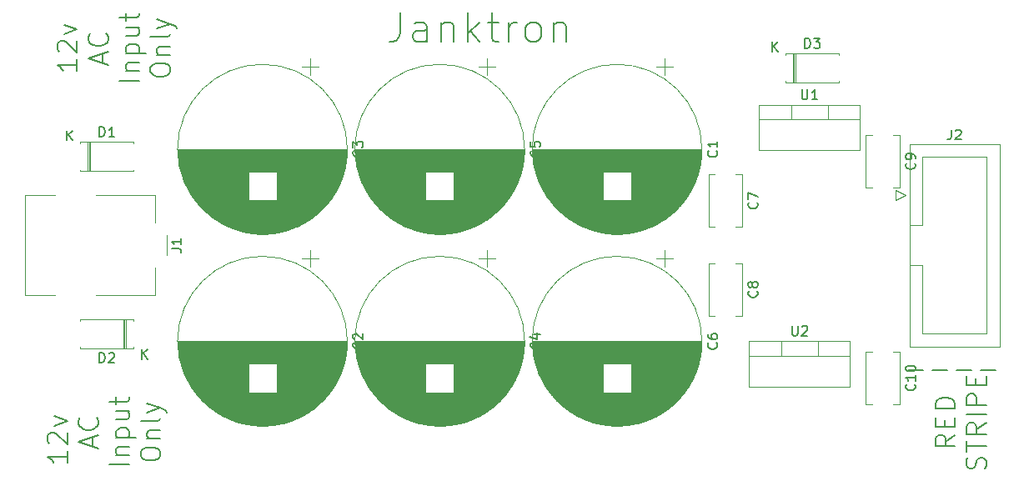
<source format=gbr>
%TF.GenerationSoftware,KiCad,Pcbnew,(5.1.9)-1*%
%TF.CreationDate,2021-02-16T12:42:14-08:00*%
%TF.ProjectId,Bipolar_PS,4269706f-6c61-4725-9f50-532e6b696361,rev?*%
%TF.SameCoordinates,Original*%
%TF.FileFunction,Legend,Top*%
%TF.FilePolarity,Positive*%
%FSLAX46Y46*%
G04 Gerber Fmt 4.6, Leading zero omitted, Abs format (unit mm)*
G04 Created by KiCad (PCBNEW (5.1.9)-1) date 2021-02-16 12:42:14*
%MOMM*%
%LPD*%
G01*
G04 APERTURE LIST*
%ADD10C,0.150000*%
%ADD11C,0.120000*%
G04 APERTURE END LIST*
D10*
X184329761Y-134285714D02*
X183377380Y-134952380D01*
X184329761Y-135428571D02*
X182329761Y-135428571D01*
X182329761Y-134666666D01*
X182425000Y-134476190D01*
X182520238Y-134380952D01*
X182710714Y-134285714D01*
X182996428Y-134285714D01*
X183186904Y-134380952D01*
X183282142Y-134476190D01*
X183377380Y-134666666D01*
X183377380Y-135428571D01*
X183282142Y-133428571D02*
X183282142Y-132761904D01*
X184329761Y-132476190D02*
X184329761Y-133428571D01*
X182329761Y-133428571D01*
X182329761Y-132476190D01*
X184329761Y-131619047D02*
X182329761Y-131619047D01*
X182329761Y-131142857D01*
X182425000Y-130857142D01*
X182615476Y-130666666D01*
X182805952Y-130571428D01*
X183186904Y-130476190D01*
X183472619Y-130476190D01*
X183853571Y-130571428D01*
X184044047Y-130666666D01*
X184234523Y-130857142D01*
X184329761Y-131142857D01*
X184329761Y-131619047D01*
X187384523Y-137714285D02*
X187479761Y-137428571D01*
X187479761Y-136952380D01*
X187384523Y-136761904D01*
X187289285Y-136666666D01*
X187098809Y-136571428D01*
X186908333Y-136571428D01*
X186717857Y-136666666D01*
X186622619Y-136761904D01*
X186527380Y-136952380D01*
X186432142Y-137333333D01*
X186336904Y-137523809D01*
X186241666Y-137619047D01*
X186051190Y-137714285D01*
X185860714Y-137714285D01*
X185670238Y-137619047D01*
X185575000Y-137523809D01*
X185479761Y-137333333D01*
X185479761Y-136857142D01*
X185575000Y-136571428D01*
X185479761Y-136000000D02*
X185479761Y-134857142D01*
X187479761Y-135428571D02*
X185479761Y-135428571D01*
X187479761Y-133047619D02*
X186527380Y-133714285D01*
X187479761Y-134190476D02*
X185479761Y-134190476D01*
X185479761Y-133428571D01*
X185575000Y-133238095D01*
X185670238Y-133142857D01*
X185860714Y-133047619D01*
X186146428Y-133047619D01*
X186336904Y-133142857D01*
X186432142Y-133238095D01*
X186527380Y-133428571D01*
X186527380Y-134190476D01*
X187479761Y-132190476D02*
X185479761Y-132190476D01*
X187479761Y-131238095D02*
X185479761Y-131238095D01*
X185479761Y-130476190D01*
X185575000Y-130285714D01*
X185670238Y-130190476D01*
X185860714Y-130095238D01*
X186146428Y-130095238D01*
X186336904Y-130190476D01*
X186432142Y-130285714D01*
X186527380Y-130476190D01*
X186527380Y-131238095D01*
X186432142Y-129238095D02*
X186432142Y-128571428D01*
X187479761Y-128285714D02*
X187479761Y-129238095D01*
X185479761Y-129238095D01*
X185479761Y-128285714D01*
X179523809Y-127714285D02*
X181047619Y-127714285D01*
X182000000Y-127714285D02*
X183523809Y-127714285D01*
X184476190Y-127714285D02*
X186000000Y-127714285D01*
X186952380Y-127714285D02*
X188476190Y-127714285D01*
X128000000Y-91357142D02*
X128000000Y-93500000D01*
X127857142Y-93928571D01*
X127571428Y-94214285D01*
X127142857Y-94357142D01*
X126857142Y-94357142D01*
X130714285Y-94357142D02*
X130714285Y-92785714D01*
X130571428Y-92500000D01*
X130285714Y-92357142D01*
X129714285Y-92357142D01*
X129428571Y-92500000D01*
X130714285Y-94214285D02*
X130428571Y-94357142D01*
X129714285Y-94357142D01*
X129428571Y-94214285D01*
X129285714Y-93928571D01*
X129285714Y-93642857D01*
X129428571Y-93357142D01*
X129714285Y-93214285D01*
X130428571Y-93214285D01*
X130714285Y-93071428D01*
X132142857Y-92357142D02*
X132142857Y-94357142D01*
X132142857Y-92642857D02*
X132285714Y-92500000D01*
X132571428Y-92357142D01*
X133000000Y-92357142D01*
X133285714Y-92500000D01*
X133428571Y-92785714D01*
X133428571Y-94357142D01*
X134857142Y-94357142D02*
X134857142Y-91357142D01*
X135142857Y-93214285D02*
X136000000Y-94357142D01*
X136000000Y-92357142D02*
X134857142Y-93500000D01*
X136857142Y-92357142D02*
X138000000Y-92357142D01*
X137285714Y-91357142D02*
X137285714Y-93928571D01*
X137428571Y-94214285D01*
X137714285Y-94357142D01*
X138000000Y-94357142D01*
X139000000Y-94357142D02*
X139000000Y-92357142D01*
X139000000Y-92928571D02*
X139142857Y-92642857D01*
X139285714Y-92500000D01*
X139571428Y-92357142D01*
X139857142Y-92357142D01*
X141285714Y-94357142D02*
X141000000Y-94214285D01*
X140857142Y-94071428D01*
X140714285Y-93785714D01*
X140714285Y-92928571D01*
X140857142Y-92642857D01*
X141000000Y-92500000D01*
X141285714Y-92357142D01*
X141714285Y-92357142D01*
X142000000Y-92500000D01*
X142142857Y-92642857D01*
X142285714Y-92928571D01*
X142285714Y-93785714D01*
X142142857Y-94071428D01*
X142000000Y-94214285D01*
X141714285Y-94357142D01*
X141285714Y-94357142D01*
X143571428Y-92357142D02*
X143571428Y-94357142D01*
X143571428Y-92642857D02*
X143714285Y-92500000D01*
X144000000Y-92357142D01*
X144428571Y-92357142D01*
X144714285Y-92500000D01*
X144857142Y-92785714D01*
X144857142Y-94357142D01*
X95179761Y-96142857D02*
X95179761Y-97285714D01*
X95179761Y-96714285D02*
X93179761Y-96714285D01*
X93465476Y-96904761D01*
X93655952Y-97095238D01*
X93751190Y-97285714D01*
X93370238Y-95380952D02*
X93275000Y-95285714D01*
X93179761Y-95095238D01*
X93179761Y-94619047D01*
X93275000Y-94428571D01*
X93370238Y-94333333D01*
X93560714Y-94238095D01*
X93751190Y-94238095D01*
X94036904Y-94333333D01*
X95179761Y-95476190D01*
X95179761Y-94238095D01*
X93846428Y-93571428D02*
X95179761Y-93095238D01*
X93846428Y-92619047D01*
X97758333Y-96476190D02*
X97758333Y-95523809D01*
X98329761Y-96666666D02*
X96329761Y-96000000D01*
X98329761Y-95333333D01*
X98139285Y-93523809D02*
X98234523Y-93619047D01*
X98329761Y-93904761D01*
X98329761Y-94095238D01*
X98234523Y-94380952D01*
X98044047Y-94571428D01*
X97853571Y-94666666D01*
X97472619Y-94761904D01*
X97186904Y-94761904D01*
X96805952Y-94666666D01*
X96615476Y-94571428D01*
X96425000Y-94380952D01*
X96329761Y-94095238D01*
X96329761Y-93904761D01*
X96425000Y-93619047D01*
X96520238Y-93523809D01*
X101479761Y-98285714D02*
X99479761Y-98285714D01*
X100146428Y-97333333D02*
X101479761Y-97333333D01*
X100336904Y-97333333D02*
X100241666Y-97238095D01*
X100146428Y-97047619D01*
X100146428Y-96761904D01*
X100241666Y-96571428D01*
X100432142Y-96476190D01*
X101479761Y-96476190D01*
X100146428Y-95523809D02*
X102146428Y-95523809D01*
X100241666Y-95523809D02*
X100146428Y-95333333D01*
X100146428Y-94952380D01*
X100241666Y-94761904D01*
X100336904Y-94666666D01*
X100527380Y-94571428D01*
X101098809Y-94571428D01*
X101289285Y-94666666D01*
X101384523Y-94761904D01*
X101479761Y-94952380D01*
X101479761Y-95333333D01*
X101384523Y-95523809D01*
X100146428Y-92857142D02*
X101479761Y-92857142D01*
X100146428Y-93714285D02*
X101194047Y-93714285D01*
X101384523Y-93619047D01*
X101479761Y-93428571D01*
X101479761Y-93142857D01*
X101384523Y-92952380D01*
X101289285Y-92857142D01*
X100146428Y-92190476D02*
X100146428Y-91428571D01*
X99479761Y-91904761D02*
X101194047Y-91904761D01*
X101384523Y-91809523D01*
X101479761Y-91619047D01*
X101479761Y-91428571D01*
X102629761Y-97380952D02*
X102629761Y-97000000D01*
X102725000Y-96809523D01*
X102915476Y-96619047D01*
X103296428Y-96523809D01*
X103963095Y-96523809D01*
X104344047Y-96619047D01*
X104534523Y-96809523D01*
X104629761Y-97000000D01*
X104629761Y-97380952D01*
X104534523Y-97571428D01*
X104344047Y-97761904D01*
X103963095Y-97857142D01*
X103296428Y-97857142D01*
X102915476Y-97761904D01*
X102725000Y-97571428D01*
X102629761Y-97380952D01*
X103296428Y-95666666D02*
X104629761Y-95666666D01*
X103486904Y-95666666D02*
X103391666Y-95571428D01*
X103296428Y-95380952D01*
X103296428Y-95095238D01*
X103391666Y-94904761D01*
X103582142Y-94809523D01*
X104629761Y-94809523D01*
X104629761Y-93571428D02*
X104534523Y-93761904D01*
X104344047Y-93857142D01*
X102629761Y-93857142D01*
X103296428Y-93000000D02*
X104629761Y-92523809D01*
X103296428Y-92047619D02*
X104629761Y-92523809D01*
X105105952Y-92714285D01*
X105201190Y-92809523D01*
X105296428Y-93000000D01*
X94179761Y-135904761D02*
X94179761Y-137047619D01*
X94179761Y-136476190D02*
X92179761Y-136476190D01*
X92465476Y-136666666D01*
X92655952Y-136857142D01*
X92751190Y-137047619D01*
X92370238Y-135142857D02*
X92275000Y-135047619D01*
X92179761Y-134857142D01*
X92179761Y-134380952D01*
X92275000Y-134190476D01*
X92370238Y-134095238D01*
X92560714Y-134000000D01*
X92751190Y-134000000D01*
X93036904Y-134095238D01*
X94179761Y-135238095D01*
X94179761Y-134000000D01*
X92846428Y-133333333D02*
X94179761Y-132857142D01*
X92846428Y-132380952D01*
X96758333Y-135476190D02*
X96758333Y-134523809D01*
X97329761Y-135666666D02*
X95329761Y-135000000D01*
X97329761Y-134333333D01*
X97139285Y-132523809D02*
X97234523Y-132619047D01*
X97329761Y-132904761D01*
X97329761Y-133095238D01*
X97234523Y-133380952D01*
X97044047Y-133571428D01*
X96853571Y-133666666D01*
X96472619Y-133761904D01*
X96186904Y-133761904D01*
X95805952Y-133666666D01*
X95615476Y-133571428D01*
X95425000Y-133380952D01*
X95329761Y-133095238D01*
X95329761Y-132904761D01*
X95425000Y-132619047D01*
X95520238Y-132523809D01*
X100479761Y-137285714D02*
X98479761Y-137285714D01*
X99146428Y-136333333D02*
X100479761Y-136333333D01*
X99336904Y-136333333D02*
X99241666Y-136238095D01*
X99146428Y-136047619D01*
X99146428Y-135761904D01*
X99241666Y-135571428D01*
X99432142Y-135476190D01*
X100479761Y-135476190D01*
X99146428Y-134523809D02*
X101146428Y-134523809D01*
X99241666Y-134523809D02*
X99146428Y-134333333D01*
X99146428Y-133952380D01*
X99241666Y-133761904D01*
X99336904Y-133666666D01*
X99527380Y-133571428D01*
X100098809Y-133571428D01*
X100289285Y-133666666D01*
X100384523Y-133761904D01*
X100479761Y-133952380D01*
X100479761Y-134333333D01*
X100384523Y-134523809D01*
X99146428Y-131857142D02*
X100479761Y-131857142D01*
X99146428Y-132714285D02*
X100194047Y-132714285D01*
X100384523Y-132619047D01*
X100479761Y-132428571D01*
X100479761Y-132142857D01*
X100384523Y-131952380D01*
X100289285Y-131857142D01*
X99146428Y-131190476D02*
X99146428Y-130428571D01*
X98479761Y-130904761D02*
X100194047Y-130904761D01*
X100384523Y-130809523D01*
X100479761Y-130619047D01*
X100479761Y-130428571D01*
X101629761Y-136380952D02*
X101629761Y-136000000D01*
X101725000Y-135809523D01*
X101915476Y-135619047D01*
X102296428Y-135523809D01*
X102963095Y-135523809D01*
X103344047Y-135619047D01*
X103534523Y-135809523D01*
X103629761Y-136000000D01*
X103629761Y-136380952D01*
X103534523Y-136571428D01*
X103344047Y-136761904D01*
X102963095Y-136857142D01*
X102296428Y-136857142D01*
X101915476Y-136761904D01*
X101725000Y-136571428D01*
X101629761Y-136380952D01*
X102296428Y-134666666D02*
X103629761Y-134666666D01*
X102486904Y-134666666D02*
X102391666Y-134571428D01*
X102296428Y-134380952D01*
X102296428Y-134095238D01*
X102391666Y-133904761D01*
X102582142Y-133809523D01*
X103629761Y-133809523D01*
X103629761Y-132571428D02*
X103534523Y-132761904D01*
X103344047Y-132857142D01*
X101629761Y-132857142D01*
X102296428Y-132000000D02*
X103629761Y-131523809D01*
X102296428Y-131047619D02*
X103629761Y-131523809D01*
X104105952Y-131714285D01*
X104201190Y-131809523D01*
X104296428Y-132000000D01*
D11*
%TO.C,C1*%
X158620000Y-105250000D02*
G75*
G03*
X158620000Y-105250000I-8620000J0D01*
G01*
X158581000Y-105250000D02*
X141419000Y-105250000D01*
X158580000Y-105290000D02*
X141420000Y-105290000D01*
X158580000Y-105330000D02*
X141420000Y-105330000D01*
X158580000Y-105370000D02*
X141420000Y-105370000D01*
X158579000Y-105410000D02*
X141421000Y-105410000D01*
X158578000Y-105450000D02*
X141422000Y-105450000D01*
X158577000Y-105490000D02*
X141423000Y-105490000D01*
X158576000Y-105530000D02*
X141424000Y-105530000D01*
X158575000Y-105570000D02*
X141425000Y-105570000D01*
X158573000Y-105610000D02*
X141427000Y-105610000D01*
X158571000Y-105650000D02*
X141429000Y-105650000D01*
X158569000Y-105690000D02*
X141431000Y-105690000D01*
X158567000Y-105730000D02*
X141433000Y-105730000D01*
X158565000Y-105770000D02*
X141435000Y-105770000D01*
X158562000Y-105810000D02*
X141438000Y-105810000D01*
X158560000Y-105850000D02*
X141440000Y-105850000D01*
X158557000Y-105890000D02*
X141443000Y-105890000D01*
X158554000Y-105930000D02*
X141446000Y-105930000D01*
X158550000Y-105971000D02*
X141450000Y-105971000D01*
X158547000Y-106011000D02*
X141453000Y-106011000D01*
X158543000Y-106051000D02*
X141457000Y-106051000D01*
X158539000Y-106091000D02*
X141461000Y-106091000D01*
X158535000Y-106131000D02*
X141465000Y-106131000D01*
X158531000Y-106171000D02*
X141469000Y-106171000D01*
X158527000Y-106211000D02*
X141473000Y-106211000D01*
X158522000Y-106251000D02*
X141478000Y-106251000D01*
X158518000Y-106291000D02*
X141482000Y-106291000D01*
X158513000Y-106331000D02*
X141487000Y-106331000D01*
X158507000Y-106371000D02*
X141493000Y-106371000D01*
X158502000Y-106411000D02*
X141498000Y-106411000D01*
X158497000Y-106451000D02*
X141503000Y-106451000D01*
X158491000Y-106491000D02*
X141509000Y-106491000D01*
X158485000Y-106531000D02*
X141515000Y-106531000D01*
X158479000Y-106571000D02*
X141521000Y-106571000D01*
X158473000Y-106611000D02*
X141527000Y-106611000D01*
X158466000Y-106651000D02*
X141534000Y-106651000D01*
X158459000Y-106691000D02*
X141541000Y-106691000D01*
X158452000Y-106731000D02*
X141548000Y-106731000D01*
X158445000Y-106771000D02*
X141555000Y-106771000D01*
X158438000Y-106811000D02*
X141562000Y-106811000D01*
X158431000Y-106851000D02*
X141569000Y-106851000D01*
X158423000Y-106891000D02*
X141577000Y-106891000D01*
X158415000Y-106931000D02*
X141585000Y-106931000D01*
X158407000Y-106971000D02*
X141593000Y-106971000D01*
X158399000Y-107011000D02*
X141601000Y-107011000D01*
X158390000Y-107051000D02*
X141610000Y-107051000D01*
X158382000Y-107091000D02*
X141618000Y-107091000D01*
X158373000Y-107131000D02*
X141627000Y-107131000D01*
X158364000Y-107171000D02*
X141636000Y-107171000D01*
X158355000Y-107211000D02*
X141645000Y-107211000D01*
X158345000Y-107251000D02*
X141655000Y-107251000D01*
X158336000Y-107291000D02*
X141664000Y-107291000D01*
X158326000Y-107331000D02*
X141674000Y-107331000D01*
X158316000Y-107371000D02*
X141684000Y-107371000D01*
X158305000Y-107411000D02*
X141695000Y-107411000D01*
X158295000Y-107451000D02*
X141705000Y-107451000D01*
X158284000Y-107491000D02*
X141716000Y-107491000D01*
X158274000Y-107531000D02*
X141726000Y-107531000D01*
X158262000Y-107571000D02*
X151440000Y-107571000D01*
X148560000Y-107571000D02*
X141738000Y-107571000D01*
X158251000Y-107611000D02*
X151440000Y-107611000D01*
X148560000Y-107611000D02*
X141749000Y-107611000D01*
X158240000Y-107651000D02*
X151440000Y-107651000D01*
X148560000Y-107651000D02*
X141760000Y-107651000D01*
X158228000Y-107691000D02*
X151440000Y-107691000D01*
X148560000Y-107691000D02*
X141772000Y-107691000D01*
X158216000Y-107731000D02*
X151440000Y-107731000D01*
X148560000Y-107731000D02*
X141784000Y-107731000D01*
X158204000Y-107771000D02*
X151440000Y-107771000D01*
X148560000Y-107771000D02*
X141796000Y-107771000D01*
X158192000Y-107811000D02*
X151440000Y-107811000D01*
X148560000Y-107811000D02*
X141808000Y-107811000D01*
X158179000Y-107851000D02*
X151440000Y-107851000D01*
X148560000Y-107851000D02*
X141821000Y-107851000D01*
X158166000Y-107891000D02*
X151440000Y-107891000D01*
X148560000Y-107891000D02*
X141834000Y-107891000D01*
X158153000Y-107931000D02*
X151440000Y-107931000D01*
X148560000Y-107931000D02*
X141847000Y-107931000D01*
X158140000Y-107971000D02*
X151440000Y-107971000D01*
X148560000Y-107971000D02*
X141860000Y-107971000D01*
X158127000Y-108011000D02*
X151440000Y-108011000D01*
X148560000Y-108011000D02*
X141873000Y-108011000D01*
X158113000Y-108051000D02*
X151440000Y-108051000D01*
X148560000Y-108051000D02*
X141887000Y-108051000D01*
X158099000Y-108091000D02*
X151440000Y-108091000D01*
X148560000Y-108091000D02*
X141901000Y-108091000D01*
X158085000Y-108131000D02*
X151440000Y-108131000D01*
X148560000Y-108131000D02*
X141915000Y-108131000D01*
X158071000Y-108171000D02*
X151440000Y-108171000D01*
X148560000Y-108171000D02*
X141929000Y-108171000D01*
X158056000Y-108211000D02*
X151440000Y-108211000D01*
X148560000Y-108211000D02*
X141944000Y-108211000D01*
X158042000Y-108251000D02*
X151440000Y-108251000D01*
X148560000Y-108251000D02*
X141958000Y-108251000D01*
X158027000Y-108291000D02*
X151440000Y-108291000D01*
X148560000Y-108291000D02*
X141973000Y-108291000D01*
X158011000Y-108331000D02*
X151440000Y-108331000D01*
X148560000Y-108331000D02*
X141989000Y-108331000D01*
X157996000Y-108371000D02*
X151440000Y-108371000D01*
X148560000Y-108371000D02*
X142004000Y-108371000D01*
X157980000Y-108411000D02*
X151440000Y-108411000D01*
X148560000Y-108411000D02*
X142020000Y-108411000D01*
X157965000Y-108451000D02*
X151440000Y-108451000D01*
X148560000Y-108451000D02*
X142035000Y-108451000D01*
X157948000Y-108491000D02*
X151440000Y-108491000D01*
X148560000Y-108491000D02*
X142052000Y-108491000D01*
X157932000Y-108531000D02*
X151440000Y-108531000D01*
X148560000Y-108531000D02*
X142068000Y-108531000D01*
X157915000Y-108571000D02*
X151440000Y-108571000D01*
X148560000Y-108571000D02*
X142085000Y-108571000D01*
X157899000Y-108611000D02*
X151440000Y-108611000D01*
X148560000Y-108611000D02*
X142101000Y-108611000D01*
X157882000Y-108651000D02*
X151440000Y-108651000D01*
X148560000Y-108651000D02*
X142118000Y-108651000D01*
X157864000Y-108691000D02*
X151440000Y-108691000D01*
X148560000Y-108691000D02*
X142136000Y-108691000D01*
X157847000Y-108731000D02*
X151440000Y-108731000D01*
X148560000Y-108731000D02*
X142153000Y-108731000D01*
X157829000Y-108771000D02*
X151440000Y-108771000D01*
X148560000Y-108771000D02*
X142171000Y-108771000D01*
X157811000Y-108811000D02*
X151440000Y-108811000D01*
X148560000Y-108811000D02*
X142189000Y-108811000D01*
X157793000Y-108851000D02*
X151440000Y-108851000D01*
X148560000Y-108851000D02*
X142207000Y-108851000D01*
X157774000Y-108891000D02*
X151440000Y-108891000D01*
X148560000Y-108891000D02*
X142226000Y-108891000D01*
X157755000Y-108931000D02*
X151440000Y-108931000D01*
X148560000Y-108931000D02*
X142245000Y-108931000D01*
X157736000Y-108971000D02*
X151440000Y-108971000D01*
X148560000Y-108971000D02*
X142264000Y-108971000D01*
X157717000Y-109011000D02*
X151440000Y-109011000D01*
X148560000Y-109011000D02*
X142283000Y-109011000D01*
X157698000Y-109051000D02*
X151440000Y-109051000D01*
X148560000Y-109051000D02*
X142302000Y-109051000D01*
X157678000Y-109091000D02*
X151440000Y-109091000D01*
X148560000Y-109091000D02*
X142322000Y-109091000D01*
X157658000Y-109131000D02*
X151440000Y-109131000D01*
X148560000Y-109131000D02*
X142342000Y-109131000D01*
X157638000Y-109171000D02*
X151440000Y-109171000D01*
X148560000Y-109171000D02*
X142362000Y-109171000D01*
X157617000Y-109211000D02*
X151440000Y-109211000D01*
X148560000Y-109211000D02*
X142383000Y-109211000D01*
X157596000Y-109251000D02*
X151440000Y-109251000D01*
X148560000Y-109251000D02*
X142404000Y-109251000D01*
X157575000Y-109291000D02*
X151440000Y-109291000D01*
X148560000Y-109291000D02*
X142425000Y-109291000D01*
X157554000Y-109331000D02*
X151440000Y-109331000D01*
X148560000Y-109331000D02*
X142446000Y-109331000D01*
X157532000Y-109371000D02*
X151440000Y-109371000D01*
X148560000Y-109371000D02*
X142468000Y-109371000D01*
X157510000Y-109411000D02*
X151440000Y-109411000D01*
X148560000Y-109411000D02*
X142490000Y-109411000D01*
X157488000Y-109451000D02*
X151440000Y-109451000D01*
X148560000Y-109451000D02*
X142512000Y-109451000D01*
X157466000Y-109491000D02*
X151440000Y-109491000D01*
X148560000Y-109491000D02*
X142534000Y-109491000D01*
X157443000Y-109531000D02*
X151440000Y-109531000D01*
X148560000Y-109531000D02*
X142557000Y-109531000D01*
X157420000Y-109571000D02*
X151440000Y-109571000D01*
X148560000Y-109571000D02*
X142580000Y-109571000D01*
X157397000Y-109611000D02*
X151440000Y-109611000D01*
X148560000Y-109611000D02*
X142603000Y-109611000D01*
X157373000Y-109651000D02*
X151440000Y-109651000D01*
X148560000Y-109651000D02*
X142627000Y-109651000D01*
X157349000Y-109691000D02*
X151440000Y-109691000D01*
X148560000Y-109691000D02*
X142651000Y-109691000D01*
X157325000Y-109731000D02*
X151440000Y-109731000D01*
X148560000Y-109731000D02*
X142675000Y-109731000D01*
X157300000Y-109771000D02*
X151440000Y-109771000D01*
X148560000Y-109771000D02*
X142700000Y-109771000D01*
X157276000Y-109811000D02*
X151440000Y-109811000D01*
X148560000Y-109811000D02*
X142724000Y-109811000D01*
X157251000Y-109851000D02*
X151440000Y-109851000D01*
X148560000Y-109851000D02*
X142749000Y-109851000D01*
X157225000Y-109891000D02*
X151440000Y-109891000D01*
X148560000Y-109891000D02*
X142775000Y-109891000D01*
X157199000Y-109931000D02*
X151440000Y-109931000D01*
X148560000Y-109931000D02*
X142801000Y-109931000D01*
X157173000Y-109971000D02*
X151440000Y-109971000D01*
X148560000Y-109971000D02*
X142827000Y-109971000D01*
X157147000Y-110011000D02*
X151440000Y-110011000D01*
X148560000Y-110011000D02*
X142853000Y-110011000D01*
X157120000Y-110051000D02*
X151440000Y-110051000D01*
X148560000Y-110051000D02*
X142880000Y-110051000D01*
X157093000Y-110091000D02*
X151440000Y-110091000D01*
X148560000Y-110091000D02*
X142907000Y-110091000D01*
X157066000Y-110131000D02*
X151440000Y-110131000D01*
X148560000Y-110131000D02*
X142934000Y-110131000D01*
X157038000Y-110171000D02*
X151440000Y-110171000D01*
X148560000Y-110171000D02*
X142962000Y-110171000D01*
X157011000Y-110211000D02*
X151440000Y-110211000D01*
X148560000Y-110211000D02*
X142989000Y-110211000D01*
X156982000Y-110251000D02*
X151440000Y-110251000D01*
X148560000Y-110251000D02*
X143018000Y-110251000D01*
X156954000Y-110291000D02*
X151440000Y-110291000D01*
X148560000Y-110291000D02*
X143046000Y-110291000D01*
X156925000Y-110331000D02*
X151440000Y-110331000D01*
X148560000Y-110331000D02*
X143075000Y-110331000D01*
X156895000Y-110371000D02*
X151440000Y-110371000D01*
X148560000Y-110371000D02*
X143105000Y-110371000D01*
X156865000Y-110411000D02*
X151440000Y-110411000D01*
X148560000Y-110411000D02*
X143135000Y-110411000D01*
X156835000Y-110451000D02*
X143165000Y-110451000D01*
X156805000Y-110491000D02*
X143195000Y-110491000D01*
X156774000Y-110531000D02*
X143226000Y-110531000D01*
X156743000Y-110571000D02*
X143257000Y-110571000D01*
X156711000Y-110611000D02*
X143289000Y-110611000D01*
X156679000Y-110651000D02*
X143321000Y-110651000D01*
X156647000Y-110691000D02*
X143353000Y-110691000D01*
X156614000Y-110731000D02*
X143386000Y-110731000D01*
X156581000Y-110771000D02*
X143419000Y-110771000D01*
X156548000Y-110811000D02*
X143452000Y-110811000D01*
X156514000Y-110851000D02*
X143486000Y-110851000D01*
X156479000Y-110891000D02*
X143521000Y-110891000D01*
X156444000Y-110931000D02*
X143556000Y-110931000D01*
X156409000Y-110971000D02*
X143591000Y-110971000D01*
X156374000Y-111011000D02*
X143626000Y-111011000D01*
X156337000Y-111051000D02*
X143663000Y-111051000D01*
X156301000Y-111091000D02*
X143699000Y-111091000D01*
X156264000Y-111131000D02*
X143736000Y-111131000D01*
X156226000Y-111171000D02*
X143774000Y-111171000D01*
X156188000Y-111211000D02*
X143812000Y-111211000D01*
X156150000Y-111251000D02*
X143850000Y-111251000D01*
X156111000Y-111291000D02*
X143889000Y-111291000D01*
X156071000Y-111331000D02*
X143929000Y-111331000D01*
X156031000Y-111371000D02*
X143969000Y-111371000D01*
X155990000Y-111411000D02*
X144010000Y-111411000D01*
X155949000Y-111451000D02*
X144051000Y-111451000D01*
X155907000Y-111491000D02*
X144093000Y-111491000D01*
X155865000Y-111531000D02*
X144135000Y-111531000D01*
X155822000Y-111571000D02*
X144178000Y-111571000D01*
X155779000Y-111611000D02*
X144221000Y-111611000D01*
X155735000Y-111651000D02*
X144265000Y-111651000D01*
X155690000Y-111691000D02*
X144310000Y-111691000D01*
X155645000Y-111731000D02*
X144355000Y-111731000D01*
X155599000Y-111771000D02*
X144401000Y-111771000D01*
X155553000Y-111811000D02*
X144447000Y-111811000D01*
X155505000Y-111851000D02*
X144495000Y-111851000D01*
X155457000Y-111891000D02*
X144543000Y-111891000D01*
X155409000Y-111931000D02*
X144591000Y-111931000D01*
X155359000Y-111971000D02*
X144641000Y-111971000D01*
X155309000Y-112011000D02*
X144691000Y-112011000D01*
X155258000Y-112051000D02*
X144742000Y-112051000D01*
X155206000Y-112091000D02*
X144794000Y-112091000D01*
X155154000Y-112131000D02*
X144846000Y-112131000D01*
X155100000Y-112171000D02*
X144900000Y-112171000D01*
X155046000Y-112211000D02*
X144954000Y-112211000D01*
X154991000Y-112251000D02*
X145009000Y-112251000D01*
X154935000Y-112291000D02*
X145065000Y-112291000D01*
X154878000Y-112331000D02*
X145122000Y-112331000D01*
X154820000Y-112371000D02*
X145180000Y-112371000D01*
X154760000Y-112411000D02*
X145240000Y-112411000D01*
X154700000Y-112451000D02*
X145300000Y-112451000D01*
X154639000Y-112491000D02*
X145361000Y-112491000D01*
X154576000Y-112531000D02*
X145424000Y-112531000D01*
X154513000Y-112571000D02*
X145487000Y-112571000D01*
X154448000Y-112611000D02*
X145552000Y-112611000D01*
X154381000Y-112651000D02*
X145619000Y-112651000D01*
X154314000Y-112691000D02*
X145686000Y-112691000D01*
X154245000Y-112731000D02*
X145755000Y-112731000D01*
X154174000Y-112771000D02*
X145826000Y-112771000D01*
X154102000Y-112811000D02*
X145898000Y-112811000D01*
X154028000Y-112851000D02*
X145972000Y-112851000D01*
X153952000Y-112891000D02*
X146048000Y-112891000D01*
X153875000Y-112931000D02*
X146125000Y-112931000D01*
X153795000Y-112971000D02*
X146205000Y-112971000D01*
X153714000Y-113011000D02*
X146286000Y-113011000D01*
X153630000Y-113051000D02*
X146370000Y-113051000D01*
X153544000Y-113091000D02*
X146456000Y-113091000D01*
X153455000Y-113131000D02*
X146545000Y-113131000D01*
X153363000Y-113171000D02*
X146637000Y-113171000D01*
X153268000Y-113211000D02*
X146732000Y-113211000D01*
X153171000Y-113251000D02*
X146829000Y-113251000D01*
X153069000Y-113291000D02*
X146931000Y-113291000D01*
X152963000Y-113331000D02*
X147037000Y-113331000D01*
X152854000Y-113371000D02*
X147146000Y-113371000D01*
X152739000Y-113411000D02*
X147261000Y-113411000D01*
X152618000Y-113450000D02*
X147382000Y-113450000D01*
X152492000Y-113490000D02*
X147508000Y-113490000D01*
X152358000Y-113530000D02*
X147642000Y-113530000D01*
X152215000Y-113570000D02*
X147785000Y-113570000D01*
X152062000Y-113610000D02*
X147938000Y-113610000D01*
X151896000Y-113650000D02*
X148104000Y-113650000D01*
X151713000Y-113690000D02*
X148287000Y-113690000D01*
X151508000Y-113730000D02*
X148492000Y-113730000D01*
X151270000Y-113770000D02*
X148730000Y-113770000D01*
X150976000Y-113810000D02*
X149024000Y-113810000D01*
X150547000Y-113850000D02*
X149453000Y-113850000D01*
X154835000Y-96025534D02*
X154835000Y-97725534D01*
X155685000Y-96875534D02*
X153985000Y-96875534D01*
%TO.C,C2*%
X122620000Y-124750000D02*
G75*
G03*
X122620000Y-124750000I-8620000J0D01*
G01*
X122581000Y-124750000D02*
X105419000Y-124750000D01*
X122580000Y-124790000D02*
X105420000Y-124790000D01*
X122580000Y-124830000D02*
X105420000Y-124830000D01*
X122580000Y-124870000D02*
X105420000Y-124870000D01*
X122579000Y-124910000D02*
X105421000Y-124910000D01*
X122578000Y-124950000D02*
X105422000Y-124950000D01*
X122577000Y-124990000D02*
X105423000Y-124990000D01*
X122576000Y-125030000D02*
X105424000Y-125030000D01*
X122575000Y-125070000D02*
X105425000Y-125070000D01*
X122573000Y-125110000D02*
X105427000Y-125110000D01*
X122571000Y-125150000D02*
X105429000Y-125150000D01*
X122569000Y-125190000D02*
X105431000Y-125190000D01*
X122567000Y-125230000D02*
X105433000Y-125230000D01*
X122565000Y-125270000D02*
X105435000Y-125270000D01*
X122562000Y-125310000D02*
X105438000Y-125310000D01*
X122560000Y-125350000D02*
X105440000Y-125350000D01*
X122557000Y-125390000D02*
X105443000Y-125390000D01*
X122554000Y-125430000D02*
X105446000Y-125430000D01*
X122550000Y-125471000D02*
X105450000Y-125471000D01*
X122547000Y-125511000D02*
X105453000Y-125511000D01*
X122543000Y-125551000D02*
X105457000Y-125551000D01*
X122539000Y-125591000D02*
X105461000Y-125591000D01*
X122535000Y-125631000D02*
X105465000Y-125631000D01*
X122531000Y-125671000D02*
X105469000Y-125671000D01*
X122527000Y-125711000D02*
X105473000Y-125711000D01*
X122522000Y-125751000D02*
X105478000Y-125751000D01*
X122518000Y-125791000D02*
X105482000Y-125791000D01*
X122513000Y-125831000D02*
X105487000Y-125831000D01*
X122507000Y-125871000D02*
X105493000Y-125871000D01*
X122502000Y-125911000D02*
X105498000Y-125911000D01*
X122497000Y-125951000D02*
X105503000Y-125951000D01*
X122491000Y-125991000D02*
X105509000Y-125991000D01*
X122485000Y-126031000D02*
X105515000Y-126031000D01*
X122479000Y-126071000D02*
X105521000Y-126071000D01*
X122473000Y-126111000D02*
X105527000Y-126111000D01*
X122466000Y-126151000D02*
X105534000Y-126151000D01*
X122459000Y-126191000D02*
X105541000Y-126191000D01*
X122452000Y-126231000D02*
X105548000Y-126231000D01*
X122445000Y-126271000D02*
X105555000Y-126271000D01*
X122438000Y-126311000D02*
X105562000Y-126311000D01*
X122431000Y-126351000D02*
X105569000Y-126351000D01*
X122423000Y-126391000D02*
X105577000Y-126391000D01*
X122415000Y-126431000D02*
X105585000Y-126431000D01*
X122407000Y-126471000D02*
X105593000Y-126471000D01*
X122399000Y-126511000D02*
X105601000Y-126511000D01*
X122390000Y-126551000D02*
X105610000Y-126551000D01*
X122382000Y-126591000D02*
X105618000Y-126591000D01*
X122373000Y-126631000D02*
X105627000Y-126631000D01*
X122364000Y-126671000D02*
X105636000Y-126671000D01*
X122355000Y-126711000D02*
X105645000Y-126711000D01*
X122345000Y-126751000D02*
X105655000Y-126751000D01*
X122336000Y-126791000D02*
X105664000Y-126791000D01*
X122326000Y-126831000D02*
X105674000Y-126831000D01*
X122316000Y-126871000D02*
X105684000Y-126871000D01*
X122305000Y-126911000D02*
X105695000Y-126911000D01*
X122295000Y-126951000D02*
X105705000Y-126951000D01*
X122284000Y-126991000D02*
X105716000Y-126991000D01*
X122274000Y-127031000D02*
X105726000Y-127031000D01*
X122262000Y-127071000D02*
X115440000Y-127071000D01*
X112560000Y-127071000D02*
X105738000Y-127071000D01*
X122251000Y-127111000D02*
X115440000Y-127111000D01*
X112560000Y-127111000D02*
X105749000Y-127111000D01*
X122240000Y-127151000D02*
X115440000Y-127151000D01*
X112560000Y-127151000D02*
X105760000Y-127151000D01*
X122228000Y-127191000D02*
X115440000Y-127191000D01*
X112560000Y-127191000D02*
X105772000Y-127191000D01*
X122216000Y-127231000D02*
X115440000Y-127231000D01*
X112560000Y-127231000D02*
X105784000Y-127231000D01*
X122204000Y-127271000D02*
X115440000Y-127271000D01*
X112560000Y-127271000D02*
X105796000Y-127271000D01*
X122192000Y-127311000D02*
X115440000Y-127311000D01*
X112560000Y-127311000D02*
X105808000Y-127311000D01*
X122179000Y-127351000D02*
X115440000Y-127351000D01*
X112560000Y-127351000D02*
X105821000Y-127351000D01*
X122166000Y-127391000D02*
X115440000Y-127391000D01*
X112560000Y-127391000D02*
X105834000Y-127391000D01*
X122153000Y-127431000D02*
X115440000Y-127431000D01*
X112560000Y-127431000D02*
X105847000Y-127431000D01*
X122140000Y-127471000D02*
X115440000Y-127471000D01*
X112560000Y-127471000D02*
X105860000Y-127471000D01*
X122127000Y-127511000D02*
X115440000Y-127511000D01*
X112560000Y-127511000D02*
X105873000Y-127511000D01*
X122113000Y-127551000D02*
X115440000Y-127551000D01*
X112560000Y-127551000D02*
X105887000Y-127551000D01*
X122099000Y-127591000D02*
X115440000Y-127591000D01*
X112560000Y-127591000D02*
X105901000Y-127591000D01*
X122085000Y-127631000D02*
X115440000Y-127631000D01*
X112560000Y-127631000D02*
X105915000Y-127631000D01*
X122071000Y-127671000D02*
X115440000Y-127671000D01*
X112560000Y-127671000D02*
X105929000Y-127671000D01*
X122056000Y-127711000D02*
X115440000Y-127711000D01*
X112560000Y-127711000D02*
X105944000Y-127711000D01*
X122042000Y-127751000D02*
X115440000Y-127751000D01*
X112560000Y-127751000D02*
X105958000Y-127751000D01*
X122027000Y-127791000D02*
X115440000Y-127791000D01*
X112560000Y-127791000D02*
X105973000Y-127791000D01*
X122011000Y-127831000D02*
X115440000Y-127831000D01*
X112560000Y-127831000D02*
X105989000Y-127831000D01*
X121996000Y-127871000D02*
X115440000Y-127871000D01*
X112560000Y-127871000D02*
X106004000Y-127871000D01*
X121980000Y-127911000D02*
X115440000Y-127911000D01*
X112560000Y-127911000D02*
X106020000Y-127911000D01*
X121965000Y-127951000D02*
X115440000Y-127951000D01*
X112560000Y-127951000D02*
X106035000Y-127951000D01*
X121948000Y-127991000D02*
X115440000Y-127991000D01*
X112560000Y-127991000D02*
X106052000Y-127991000D01*
X121932000Y-128031000D02*
X115440000Y-128031000D01*
X112560000Y-128031000D02*
X106068000Y-128031000D01*
X121915000Y-128071000D02*
X115440000Y-128071000D01*
X112560000Y-128071000D02*
X106085000Y-128071000D01*
X121899000Y-128111000D02*
X115440000Y-128111000D01*
X112560000Y-128111000D02*
X106101000Y-128111000D01*
X121882000Y-128151000D02*
X115440000Y-128151000D01*
X112560000Y-128151000D02*
X106118000Y-128151000D01*
X121864000Y-128191000D02*
X115440000Y-128191000D01*
X112560000Y-128191000D02*
X106136000Y-128191000D01*
X121847000Y-128231000D02*
X115440000Y-128231000D01*
X112560000Y-128231000D02*
X106153000Y-128231000D01*
X121829000Y-128271000D02*
X115440000Y-128271000D01*
X112560000Y-128271000D02*
X106171000Y-128271000D01*
X121811000Y-128311000D02*
X115440000Y-128311000D01*
X112560000Y-128311000D02*
X106189000Y-128311000D01*
X121793000Y-128351000D02*
X115440000Y-128351000D01*
X112560000Y-128351000D02*
X106207000Y-128351000D01*
X121774000Y-128391000D02*
X115440000Y-128391000D01*
X112560000Y-128391000D02*
X106226000Y-128391000D01*
X121755000Y-128431000D02*
X115440000Y-128431000D01*
X112560000Y-128431000D02*
X106245000Y-128431000D01*
X121736000Y-128471000D02*
X115440000Y-128471000D01*
X112560000Y-128471000D02*
X106264000Y-128471000D01*
X121717000Y-128511000D02*
X115440000Y-128511000D01*
X112560000Y-128511000D02*
X106283000Y-128511000D01*
X121698000Y-128551000D02*
X115440000Y-128551000D01*
X112560000Y-128551000D02*
X106302000Y-128551000D01*
X121678000Y-128591000D02*
X115440000Y-128591000D01*
X112560000Y-128591000D02*
X106322000Y-128591000D01*
X121658000Y-128631000D02*
X115440000Y-128631000D01*
X112560000Y-128631000D02*
X106342000Y-128631000D01*
X121638000Y-128671000D02*
X115440000Y-128671000D01*
X112560000Y-128671000D02*
X106362000Y-128671000D01*
X121617000Y-128711000D02*
X115440000Y-128711000D01*
X112560000Y-128711000D02*
X106383000Y-128711000D01*
X121596000Y-128751000D02*
X115440000Y-128751000D01*
X112560000Y-128751000D02*
X106404000Y-128751000D01*
X121575000Y-128791000D02*
X115440000Y-128791000D01*
X112560000Y-128791000D02*
X106425000Y-128791000D01*
X121554000Y-128831000D02*
X115440000Y-128831000D01*
X112560000Y-128831000D02*
X106446000Y-128831000D01*
X121532000Y-128871000D02*
X115440000Y-128871000D01*
X112560000Y-128871000D02*
X106468000Y-128871000D01*
X121510000Y-128911000D02*
X115440000Y-128911000D01*
X112560000Y-128911000D02*
X106490000Y-128911000D01*
X121488000Y-128951000D02*
X115440000Y-128951000D01*
X112560000Y-128951000D02*
X106512000Y-128951000D01*
X121466000Y-128991000D02*
X115440000Y-128991000D01*
X112560000Y-128991000D02*
X106534000Y-128991000D01*
X121443000Y-129031000D02*
X115440000Y-129031000D01*
X112560000Y-129031000D02*
X106557000Y-129031000D01*
X121420000Y-129071000D02*
X115440000Y-129071000D01*
X112560000Y-129071000D02*
X106580000Y-129071000D01*
X121397000Y-129111000D02*
X115440000Y-129111000D01*
X112560000Y-129111000D02*
X106603000Y-129111000D01*
X121373000Y-129151000D02*
X115440000Y-129151000D01*
X112560000Y-129151000D02*
X106627000Y-129151000D01*
X121349000Y-129191000D02*
X115440000Y-129191000D01*
X112560000Y-129191000D02*
X106651000Y-129191000D01*
X121325000Y-129231000D02*
X115440000Y-129231000D01*
X112560000Y-129231000D02*
X106675000Y-129231000D01*
X121300000Y-129271000D02*
X115440000Y-129271000D01*
X112560000Y-129271000D02*
X106700000Y-129271000D01*
X121276000Y-129311000D02*
X115440000Y-129311000D01*
X112560000Y-129311000D02*
X106724000Y-129311000D01*
X121251000Y-129351000D02*
X115440000Y-129351000D01*
X112560000Y-129351000D02*
X106749000Y-129351000D01*
X121225000Y-129391000D02*
X115440000Y-129391000D01*
X112560000Y-129391000D02*
X106775000Y-129391000D01*
X121199000Y-129431000D02*
X115440000Y-129431000D01*
X112560000Y-129431000D02*
X106801000Y-129431000D01*
X121173000Y-129471000D02*
X115440000Y-129471000D01*
X112560000Y-129471000D02*
X106827000Y-129471000D01*
X121147000Y-129511000D02*
X115440000Y-129511000D01*
X112560000Y-129511000D02*
X106853000Y-129511000D01*
X121120000Y-129551000D02*
X115440000Y-129551000D01*
X112560000Y-129551000D02*
X106880000Y-129551000D01*
X121093000Y-129591000D02*
X115440000Y-129591000D01*
X112560000Y-129591000D02*
X106907000Y-129591000D01*
X121066000Y-129631000D02*
X115440000Y-129631000D01*
X112560000Y-129631000D02*
X106934000Y-129631000D01*
X121038000Y-129671000D02*
X115440000Y-129671000D01*
X112560000Y-129671000D02*
X106962000Y-129671000D01*
X121011000Y-129711000D02*
X115440000Y-129711000D01*
X112560000Y-129711000D02*
X106989000Y-129711000D01*
X120982000Y-129751000D02*
X115440000Y-129751000D01*
X112560000Y-129751000D02*
X107018000Y-129751000D01*
X120954000Y-129791000D02*
X115440000Y-129791000D01*
X112560000Y-129791000D02*
X107046000Y-129791000D01*
X120925000Y-129831000D02*
X115440000Y-129831000D01*
X112560000Y-129831000D02*
X107075000Y-129831000D01*
X120895000Y-129871000D02*
X115440000Y-129871000D01*
X112560000Y-129871000D02*
X107105000Y-129871000D01*
X120865000Y-129911000D02*
X115440000Y-129911000D01*
X112560000Y-129911000D02*
X107135000Y-129911000D01*
X120835000Y-129951000D02*
X107165000Y-129951000D01*
X120805000Y-129991000D02*
X107195000Y-129991000D01*
X120774000Y-130031000D02*
X107226000Y-130031000D01*
X120743000Y-130071000D02*
X107257000Y-130071000D01*
X120711000Y-130111000D02*
X107289000Y-130111000D01*
X120679000Y-130151000D02*
X107321000Y-130151000D01*
X120647000Y-130191000D02*
X107353000Y-130191000D01*
X120614000Y-130231000D02*
X107386000Y-130231000D01*
X120581000Y-130271000D02*
X107419000Y-130271000D01*
X120548000Y-130311000D02*
X107452000Y-130311000D01*
X120514000Y-130351000D02*
X107486000Y-130351000D01*
X120479000Y-130391000D02*
X107521000Y-130391000D01*
X120444000Y-130431000D02*
X107556000Y-130431000D01*
X120409000Y-130471000D02*
X107591000Y-130471000D01*
X120374000Y-130511000D02*
X107626000Y-130511000D01*
X120337000Y-130551000D02*
X107663000Y-130551000D01*
X120301000Y-130591000D02*
X107699000Y-130591000D01*
X120264000Y-130631000D02*
X107736000Y-130631000D01*
X120226000Y-130671000D02*
X107774000Y-130671000D01*
X120188000Y-130711000D02*
X107812000Y-130711000D01*
X120150000Y-130751000D02*
X107850000Y-130751000D01*
X120111000Y-130791000D02*
X107889000Y-130791000D01*
X120071000Y-130831000D02*
X107929000Y-130831000D01*
X120031000Y-130871000D02*
X107969000Y-130871000D01*
X119990000Y-130911000D02*
X108010000Y-130911000D01*
X119949000Y-130951000D02*
X108051000Y-130951000D01*
X119907000Y-130991000D02*
X108093000Y-130991000D01*
X119865000Y-131031000D02*
X108135000Y-131031000D01*
X119822000Y-131071000D02*
X108178000Y-131071000D01*
X119779000Y-131111000D02*
X108221000Y-131111000D01*
X119735000Y-131151000D02*
X108265000Y-131151000D01*
X119690000Y-131191000D02*
X108310000Y-131191000D01*
X119645000Y-131231000D02*
X108355000Y-131231000D01*
X119599000Y-131271000D02*
X108401000Y-131271000D01*
X119553000Y-131311000D02*
X108447000Y-131311000D01*
X119505000Y-131351000D02*
X108495000Y-131351000D01*
X119457000Y-131391000D02*
X108543000Y-131391000D01*
X119409000Y-131431000D02*
X108591000Y-131431000D01*
X119359000Y-131471000D02*
X108641000Y-131471000D01*
X119309000Y-131511000D02*
X108691000Y-131511000D01*
X119258000Y-131551000D02*
X108742000Y-131551000D01*
X119206000Y-131591000D02*
X108794000Y-131591000D01*
X119154000Y-131631000D02*
X108846000Y-131631000D01*
X119100000Y-131671000D02*
X108900000Y-131671000D01*
X119046000Y-131711000D02*
X108954000Y-131711000D01*
X118991000Y-131751000D02*
X109009000Y-131751000D01*
X118935000Y-131791000D02*
X109065000Y-131791000D01*
X118878000Y-131831000D02*
X109122000Y-131831000D01*
X118820000Y-131871000D02*
X109180000Y-131871000D01*
X118760000Y-131911000D02*
X109240000Y-131911000D01*
X118700000Y-131951000D02*
X109300000Y-131951000D01*
X118639000Y-131991000D02*
X109361000Y-131991000D01*
X118576000Y-132031000D02*
X109424000Y-132031000D01*
X118513000Y-132071000D02*
X109487000Y-132071000D01*
X118448000Y-132111000D02*
X109552000Y-132111000D01*
X118381000Y-132151000D02*
X109619000Y-132151000D01*
X118314000Y-132191000D02*
X109686000Y-132191000D01*
X118245000Y-132231000D02*
X109755000Y-132231000D01*
X118174000Y-132271000D02*
X109826000Y-132271000D01*
X118102000Y-132311000D02*
X109898000Y-132311000D01*
X118028000Y-132351000D02*
X109972000Y-132351000D01*
X117952000Y-132391000D02*
X110048000Y-132391000D01*
X117875000Y-132431000D02*
X110125000Y-132431000D01*
X117795000Y-132471000D02*
X110205000Y-132471000D01*
X117714000Y-132511000D02*
X110286000Y-132511000D01*
X117630000Y-132551000D02*
X110370000Y-132551000D01*
X117544000Y-132591000D02*
X110456000Y-132591000D01*
X117455000Y-132631000D02*
X110545000Y-132631000D01*
X117363000Y-132671000D02*
X110637000Y-132671000D01*
X117268000Y-132711000D02*
X110732000Y-132711000D01*
X117171000Y-132751000D02*
X110829000Y-132751000D01*
X117069000Y-132791000D02*
X110931000Y-132791000D01*
X116963000Y-132831000D02*
X111037000Y-132831000D01*
X116854000Y-132871000D02*
X111146000Y-132871000D01*
X116739000Y-132911000D02*
X111261000Y-132911000D01*
X116618000Y-132950000D02*
X111382000Y-132950000D01*
X116492000Y-132990000D02*
X111508000Y-132990000D01*
X116358000Y-133030000D02*
X111642000Y-133030000D01*
X116215000Y-133070000D02*
X111785000Y-133070000D01*
X116062000Y-133110000D02*
X111938000Y-133110000D01*
X115896000Y-133150000D02*
X112104000Y-133150000D01*
X115713000Y-133190000D02*
X112287000Y-133190000D01*
X115508000Y-133230000D02*
X112492000Y-133230000D01*
X115270000Y-133270000D02*
X112730000Y-133270000D01*
X114976000Y-133310000D02*
X113024000Y-133310000D01*
X114547000Y-133350000D02*
X113453000Y-133350000D01*
X118835000Y-115525534D02*
X118835000Y-117225534D01*
X119685000Y-116375534D02*
X117985000Y-116375534D01*
%TO.C,C3*%
X119685000Y-96875534D02*
X117985000Y-96875534D01*
X118835000Y-96025534D02*
X118835000Y-97725534D01*
X114547000Y-113850000D02*
X113453000Y-113850000D01*
X114976000Y-113810000D02*
X113024000Y-113810000D01*
X115270000Y-113770000D02*
X112730000Y-113770000D01*
X115508000Y-113730000D02*
X112492000Y-113730000D01*
X115713000Y-113690000D02*
X112287000Y-113690000D01*
X115896000Y-113650000D02*
X112104000Y-113650000D01*
X116062000Y-113610000D02*
X111938000Y-113610000D01*
X116215000Y-113570000D02*
X111785000Y-113570000D01*
X116358000Y-113530000D02*
X111642000Y-113530000D01*
X116492000Y-113490000D02*
X111508000Y-113490000D01*
X116618000Y-113450000D02*
X111382000Y-113450000D01*
X116739000Y-113411000D02*
X111261000Y-113411000D01*
X116854000Y-113371000D02*
X111146000Y-113371000D01*
X116963000Y-113331000D02*
X111037000Y-113331000D01*
X117069000Y-113291000D02*
X110931000Y-113291000D01*
X117171000Y-113251000D02*
X110829000Y-113251000D01*
X117268000Y-113211000D02*
X110732000Y-113211000D01*
X117363000Y-113171000D02*
X110637000Y-113171000D01*
X117455000Y-113131000D02*
X110545000Y-113131000D01*
X117544000Y-113091000D02*
X110456000Y-113091000D01*
X117630000Y-113051000D02*
X110370000Y-113051000D01*
X117714000Y-113011000D02*
X110286000Y-113011000D01*
X117795000Y-112971000D02*
X110205000Y-112971000D01*
X117875000Y-112931000D02*
X110125000Y-112931000D01*
X117952000Y-112891000D02*
X110048000Y-112891000D01*
X118028000Y-112851000D02*
X109972000Y-112851000D01*
X118102000Y-112811000D02*
X109898000Y-112811000D01*
X118174000Y-112771000D02*
X109826000Y-112771000D01*
X118245000Y-112731000D02*
X109755000Y-112731000D01*
X118314000Y-112691000D02*
X109686000Y-112691000D01*
X118381000Y-112651000D02*
X109619000Y-112651000D01*
X118448000Y-112611000D02*
X109552000Y-112611000D01*
X118513000Y-112571000D02*
X109487000Y-112571000D01*
X118576000Y-112531000D02*
X109424000Y-112531000D01*
X118639000Y-112491000D02*
X109361000Y-112491000D01*
X118700000Y-112451000D02*
X109300000Y-112451000D01*
X118760000Y-112411000D02*
X109240000Y-112411000D01*
X118820000Y-112371000D02*
X109180000Y-112371000D01*
X118878000Y-112331000D02*
X109122000Y-112331000D01*
X118935000Y-112291000D02*
X109065000Y-112291000D01*
X118991000Y-112251000D02*
X109009000Y-112251000D01*
X119046000Y-112211000D02*
X108954000Y-112211000D01*
X119100000Y-112171000D02*
X108900000Y-112171000D01*
X119154000Y-112131000D02*
X108846000Y-112131000D01*
X119206000Y-112091000D02*
X108794000Y-112091000D01*
X119258000Y-112051000D02*
X108742000Y-112051000D01*
X119309000Y-112011000D02*
X108691000Y-112011000D01*
X119359000Y-111971000D02*
X108641000Y-111971000D01*
X119409000Y-111931000D02*
X108591000Y-111931000D01*
X119457000Y-111891000D02*
X108543000Y-111891000D01*
X119505000Y-111851000D02*
X108495000Y-111851000D01*
X119553000Y-111811000D02*
X108447000Y-111811000D01*
X119599000Y-111771000D02*
X108401000Y-111771000D01*
X119645000Y-111731000D02*
X108355000Y-111731000D01*
X119690000Y-111691000D02*
X108310000Y-111691000D01*
X119735000Y-111651000D02*
X108265000Y-111651000D01*
X119779000Y-111611000D02*
X108221000Y-111611000D01*
X119822000Y-111571000D02*
X108178000Y-111571000D01*
X119865000Y-111531000D02*
X108135000Y-111531000D01*
X119907000Y-111491000D02*
X108093000Y-111491000D01*
X119949000Y-111451000D02*
X108051000Y-111451000D01*
X119990000Y-111411000D02*
X108010000Y-111411000D01*
X120031000Y-111371000D02*
X107969000Y-111371000D01*
X120071000Y-111331000D02*
X107929000Y-111331000D01*
X120111000Y-111291000D02*
X107889000Y-111291000D01*
X120150000Y-111251000D02*
X107850000Y-111251000D01*
X120188000Y-111211000D02*
X107812000Y-111211000D01*
X120226000Y-111171000D02*
X107774000Y-111171000D01*
X120264000Y-111131000D02*
X107736000Y-111131000D01*
X120301000Y-111091000D02*
X107699000Y-111091000D01*
X120337000Y-111051000D02*
X107663000Y-111051000D01*
X120374000Y-111011000D02*
X107626000Y-111011000D01*
X120409000Y-110971000D02*
X107591000Y-110971000D01*
X120444000Y-110931000D02*
X107556000Y-110931000D01*
X120479000Y-110891000D02*
X107521000Y-110891000D01*
X120514000Y-110851000D02*
X107486000Y-110851000D01*
X120548000Y-110811000D02*
X107452000Y-110811000D01*
X120581000Y-110771000D02*
X107419000Y-110771000D01*
X120614000Y-110731000D02*
X107386000Y-110731000D01*
X120647000Y-110691000D02*
X107353000Y-110691000D01*
X120679000Y-110651000D02*
X107321000Y-110651000D01*
X120711000Y-110611000D02*
X107289000Y-110611000D01*
X120743000Y-110571000D02*
X107257000Y-110571000D01*
X120774000Y-110531000D02*
X107226000Y-110531000D01*
X120805000Y-110491000D02*
X107195000Y-110491000D01*
X120835000Y-110451000D02*
X107165000Y-110451000D01*
X112560000Y-110411000D02*
X107135000Y-110411000D01*
X120865000Y-110411000D02*
X115440000Y-110411000D01*
X112560000Y-110371000D02*
X107105000Y-110371000D01*
X120895000Y-110371000D02*
X115440000Y-110371000D01*
X112560000Y-110331000D02*
X107075000Y-110331000D01*
X120925000Y-110331000D02*
X115440000Y-110331000D01*
X112560000Y-110291000D02*
X107046000Y-110291000D01*
X120954000Y-110291000D02*
X115440000Y-110291000D01*
X112560000Y-110251000D02*
X107018000Y-110251000D01*
X120982000Y-110251000D02*
X115440000Y-110251000D01*
X112560000Y-110211000D02*
X106989000Y-110211000D01*
X121011000Y-110211000D02*
X115440000Y-110211000D01*
X112560000Y-110171000D02*
X106962000Y-110171000D01*
X121038000Y-110171000D02*
X115440000Y-110171000D01*
X112560000Y-110131000D02*
X106934000Y-110131000D01*
X121066000Y-110131000D02*
X115440000Y-110131000D01*
X112560000Y-110091000D02*
X106907000Y-110091000D01*
X121093000Y-110091000D02*
X115440000Y-110091000D01*
X112560000Y-110051000D02*
X106880000Y-110051000D01*
X121120000Y-110051000D02*
X115440000Y-110051000D01*
X112560000Y-110011000D02*
X106853000Y-110011000D01*
X121147000Y-110011000D02*
X115440000Y-110011000D01*
X112560000Y-109971000D02*
X106827000Y-109971000D01*
X121173000Y-109971000D02*
X115440000Y-109971000D01*
X112560000Y-109931000D02*
X106801000Y-109931000D01*
X121199000Y-109931000D02*
X115440000Y-109931000D01*
X112560000Y-109891000D02*
X106775000Y-109891000D01*
X121225000Y-109891000D02*
X115440000Y-109891000D01*
X112560000Y-109851000D02*
X106749000Y-109851000D01*
X121251000Y-109851000D02*
X115440000Y-109851000D01*
X112560000Y-109811000D02*
X106724000Y-109811000D01*
X121276000Y-109811000D02*
X115440000Y-109811000D01*
X112560000Y-109771000D02*
X106700000Y-109771000D01*
X121300000Y-109771000D02*
X115440000Y-109771000D01*
X112560000Y-109731000D02*
X106675000Y-109731000D01*
X121325000Y-109731000D02*
X115440000Y-109731000D01*
X112560000Y-109691000D02*
X106651000Y-109691000D01*
X121349000Y-109691000D02*
X115440000Y-109691000D01*
X112560000Y-109651000D02*
X106627000Y-109651000D01*
X121373000Y-109651000D02*
X115440000Y-109651000D01*
X112560000Y-109611000D02*
X106603000Y-109611000D01*
X121397000Y-109611000D02*
X115440000Y-109611000D01*
X112560000Y-109571000D02*
X106580000Y-109571000D01*
X121420000Y-109571000D02*
X115440000Y-109571000D01*
X112560000Y-109531000D02*
X106557000Y-109531000D01*
X121443000Y-109531000D02*
X115440000Y-109531000D01*
X112560000Y-109491000D02*
X106534000Y-109491000D01*
X121466000Y-109491000D02*
X115440000Y-109491000D01*
X112560000Y-109451000D02*
X106512000Y-109451000D01*
X121488000Y-109451000D02*
X115440000Y-109451000D01*
X112560000Y-109411000D02*
X106490000Y-109411000D01*
X121510000Y-109411000D02*
X115440000Y-109411000D01*
X112560000Y-109371000D02*
X106468000Y-109371000D01*
X121532000Y-109371000D02*
X115440000Y-109371000D01*
X112560000Y-109331000D02*
X106446000Y-109331000D01*
X121554000Y-109331000D02*
X115440000Y-109331000D01*
X112560000Y-109291000D02*
X106425000Y-109291000D01*
X121575000Y-109291000D02*
X115440000Y-109291000D01*
X112560000Y-109251000D02*
X106404000Y-109251000D01*
X121596000Y-109251000D02*
X115440000Y-109251000D01*
X112560000Y-109211000D02*
X106383000Y-109211000D01*
X121617000Y-109211000D02*
X115440000Y-109211000D01*
X112560000Y-109171000D02*
X106362000Y-109171000D01*
X121638000Y-109171000D02*
X115440000Y-109171000D01*
X112560000Y-109131000D02*
X106342000Y-109131000D01*
X121658000Y-109131000D02*
X115440000Y-109131000D01*
X112560000Y-109091000D02*
X106322000Y-109091000D01*
X121678000Y-109091000D02*
X115440000Y-109091000D01*
X112560000Y-109051000D02*
X106302000Y-109051000D01*
X121698000Y-109051000D02*
X115440000Y-109051000D01*
X112560000Y-109011000D02*
X106283000Y-109011000D01*
X121717000Y-109011000D02*
X115440000Y-109011000D01*
X112560000Y-108971000D02*
X106264000Y-108971000D01*
X121736000Y-108971000D02*
X115440000Y-108971000D01*
X112560000Y-108931000D02*
X106245000Y-108931000D01*
X121755000Y-108931000D02*
X115440000Y-108931000D01*
X112560000Y-108891000D02*
X106226000Y-108891000D01*
X121774000Y-108891000D02*
X115440000Y-108891000D01*
X112560000Y-108851000D02*
X106207000Y-108851000D01*
X121793000Y-108851000D02*
X115440000Y-108851000D01*
X112560000Y-108811000D02*
X106189000Y-108811000D01*
X121811000Y-108811000D02*
X115440000Y-108811000D01*
X112560000Y-108771000D02*
X106171000Y-108771000D01*
X121829000Y-108771000D02*
X115440000Y-108771000D01*
X112560000Y-108731000D02*
X106153000Y-108731000D01*
X121847000Y-108731000D02*
X115440000Y-108731000D01*
X112560000Y-108691000D02*
X106136000Y-108691000D01*
X121864000Y-108691000D02*
X115440000Y-108691000D01*
X112560000Y-108651000D02*
X106118000Y-108651000D01*
X121882000Y-108651000D02*
X115440000Y-108651000D01*
X112560000Y-108611000D02*
X106101000Y-108611000D01*
X121899000Y-108611000D02*
X115440000Y-108611000D01*
X112560000Y-108571000D02*
X106085000Y-108571000D01*
X121915000Y-108571000D02*
X115440000Y-108571000D01*
X112560000Y-108531000D02*
X106068000Y-108531000D01*
X121932000Y-108531000D02*
X115440000Y-108531000D01*
X112560000Y-108491000D02*
X106052000Y-108491000D01*
X121948000Y-108491000D02*
X115440000Y-108491000D01*
X112560000Y-108451000D02*
X106035000Y-108451000D01*
X121965000Y-108451000D02*
X115440000Y-108451000D01*
X112560000Y-108411000D02*
X106020000Y-108411000D01*
X121980000Y-108411000D02*
X115440000Y-108411000D01*
X112560000Y-108371000D02*
X106004000Y-108371000D01*
X121996000Y-108371000D02*
X115440000Y-108371000D01*
X112560000Y-108331000D02*
X105989000Y-108331000D01*
X122011000Y-108331000D02*
X115440000Y-108331000D01*
X112560000Y-108291000D02*
X105973000Y-108291000D01*
X122027000Y-108291000D02*
X115440000Y-108291000D01*
X112560000Y-108251000D02*
X105958000Y-108251000D01*
X122042000Y-108251000D02*
X115440000Y-108251000D01*
X112560000Y-108211000D02*
X105944000Y-108211000D01*
X122056000Y-108211000D02*
X115440000Y-108211000D01*
X112560000Y-108171000D02*
X105929000Y-108171000D01*
X122071000Y-108171000D02*
X115440000Y-108171000D01*
X112560000Y-108131000D02*
X105915000Y-108131000D01*
X122085000Y-108131000D02*
X115440000Y-108131000D01*
X112560000Y-108091000D02*
X105901000Y-108091000D01*
X122099000Y-108091000D02*
X115440000Y-108091000D01*
X112560000Y-108051000D02*
X105887000Y-108051000D01*
X122113000Y-108051000D02*
X115440000Y-108051000D01*
X112560000Y-108011000D02*
X105873000Y-108011000D01*
X122127000Y-108011000D02*
X115440000Y-108011000D01*
X112560000Y-107971000D02*
X105860000Y-107971000D01*
X122140000Y-107971000D02*
X115440000Y-107971000D01*
X112560000Y-107931000D02*
X105847000Y-107931000D01*
X122153000Y-107931000D02*
X115440000Y-107931000D01*
X112560000Y-107891000D02*
X105834000Y-107891000D01*
X122166000Y-107891000D02*
X115440000Y-107891000D01*
X112560000Y-107851000D02*
X105821000Y-107851000D01*
X122179000Y-107851000D02*
X115440000Y-107851000D01*
X112560000Y-107811000D02*
X105808000Y-107811000D01*
X122192000Y-107811000D02*
X115440000Y-107811000D01*
X112560000Y-107771000D02*
X105796000Y-107771000D01*
X122204000Y-107771000D02*
X115440000Y-107771000D01*
X112560000Y-107731000D02*
X105784000Y-107731000D01*
X122216000Y-107731000D02*
X115440000Y-107731000D01*
X112560000Y-107691000D02*
X105772000Y-107691000D01*
X122228000Y-107691000D02*
X115440000Y-107691000D01*
X112560000Y-107651000D02*
X105760000Y-107651000D01*
X122240000Y-107651000D02*
X115440000Y-107651000D01*
X112560000Y-107611000D02*
X105749000Y-107611000D01*
X122251000Y-107611000D02*
X115440000Y-107611000D01*
X112560000Y-107571000D02*
X105738000Y-107571000D01*
X122262000Y-107571000D02*
X115440000Y-107571000D01*
X122274000Y-107531000D02*
X105726000Y-107531000D01*
X122284000Y-107491000D02*
X105716000Y-107491000D01*
X122295000Y-107451000D02*
X105705000Y-107451000D01*
X122305000Y-107411000D02*
X105695000Y-107411000D01*
X122316000Y-107371000D02*
X105684000Y-107371000D01*
X122326000Y-107331000D02*
X105674000Y-107331000D01*
X122336000Y-107291000D02*
X105664000Y-107291000D01*
X122345000Y-107251000D02*
X105655000Y-107251000D01*
X122355000Y-107211000D02*
X105645000Y-107211000D01*
X122364000Y-107171000D02*
X105636000Y-107171000D01*
X122373000Y-107131000D02*
X105627000Y-107131000D01*
X122382000Y-107091000D02*
X105618000Y-107091000D01*
X122390000Y-107051000D02*
X105610000Y-107051000D01*
X122399000Y-107011000D02*
X105601000Y-107011000D01*
X122407000Y-106971000D02*
X105593000Y-106971000D01*
X122415000Y-106931000D02*
X105585000Y-106931000D01*
X122423000Y-106891000D02*
X105577000Y-106891000D01*
X122431000Y-106851000D02*
X105569000Y-106851000D01*
X122438000Y-106811000D02*
X105562000Y-106811000D01*
X122445000Y-106771000D02*
X105555000Y-106771000D01*
X122452000Y-106731000D02*
X105548000Y-106731000D01*
X122459000Y-106691000D02*
X105541000Y-106691000D01*
X122466000Y-106651000D02*
X105534000Y-106651000D01*
X122473000Y-106611000D02*
X105527000Y-106611000D01*
X122479000Y-106571000D02*
X105521000Y-106571000D01*
X122485000Y-106531000D02*
X105515000Y-106531000D01*
X122491000Y-106491000D02*
X105509000Y-106491000D01*
X122497000Y-106451000D02*
X105503000Y-106451000D01*
X122502000Y-106411000D02*
X105498000Y-106411000D01*
X122507000Y-106371000D02*
X105493000Y-106371000D01*
X122513000Y-106331000D02*
X105487000Y-106331000D01*
X122518000Y-106291000D02*
X105482000Y-106291000D01*
X122522000Y-106251000D02*
X105478000Y-106251000D01*
X122527000Y-106211000D02*
X105473000Y-106211000D01*
X122531000Y-106171000D02*
X105469000Y-106171000D01*
X122535000Y-106131000D02*
X105465000Y-106131000D01*
X122539000Y-106091000D02*
X105461000Y-106091000D01*
X122543000Y-106051000D02*
X105457000Y-106051000D01*
X122547000Y-106011000D02*
X105453000Y-106011000D01*
X122550000Y-105971000D02*
X105450000Y-105971000D01*
X122554000Y-105930000D02*
X105446000Y-105930000D01*
X122557000Y-105890000D02*
X105443000Y-105890000D01*
X122560000Y-105850000D02*
X105440000Y-105850000D01*
X122562000Y-105810000D02*
X105438000Y-105810000D01*
X122565000Y-105770000D02*
X105435000Y-105770000D01*
X122567000Y-105730000D02*
X105433000Y-105730000D01*
X122569000Y-105690000D02*
X105431000Y-105690000D01*
X122571000Y-105650000D02*
X105429000Y-105650000D01*
X122573000Y-105610000D02*
X105427000Y-105610000D01*
X122575000Y-105570000D02*
X105425000Y-105570000D01*
X122576000Y-105530000D02*
X105424000Y-105530000D01*
X122577000Y-105490000D02*
X105423000Y-105490000D01*
X122578000Y-105450000D02*
X105422000Y-105450000D01*
X122579000Y-105410000D02*
X105421000Y-105410000D01*
X122580000Y-105370000D02*
X105420000Y-105370000D01*
X122580000Y-105330000D02*
X105420000Y-105330000D01*
X122580000Y-105290000D02*
X105420000Y-105290000D01*
X122581000Y-105250000D02*
X105419000Y-105250000D01*
X122620000Y-105250000D02*
G75*
G03*
X122620000Y-105250000I-8620000J0D01*
G01*
%TO.C,C4*%
X137685000Y-116375534D02*
X135985000Y-116375534D01*
X136835000Y-115525534D02*
X136835000Y-117225534D01*
X132547000Y-133350000D02*
X131453000Y-133350000D01*
X132976000Y-133310000D02*
X131024000Y-133310000D01*
X133270000Y-133270000D02*
X130730000Y-133270000D01*
X133508000Y-133230000D02*
X130492000Y-133230000D01*
X133713000Y-133190000D02*
X130287000Y-133190000D01*
X133896000Y-133150000D02*
X130104000Y-133150000D01*
X134062000Y-133110000D02*
X129938000Y-133110000D01*
X134215000Y-133070000D02*
X129785000Y-133070000D01*
X134358000Y-133030000D02*
X129642000Y-133030000D01*
X134492000Y-132990000D02*
X129508000Y-132990000D01*
X134618000Y-132950000D02*
X129382000Y-132950000D01*
X134739000Y-132911000D02*
X129261000Y-132911000D01*
X134854000Y-132871000D02*
X129146000Y-132871000D01*
X134963000Y-132831000D02*
X129037000Y-132831000D01*
X135069000Y-132791000D02*
X128931000Y-132791000D01*
X135171000Y-132751000D02*
X128829000Y-132751000D01*
X135268000Y-132711000D02*
X128732000Y-132711000D01*
X135363000Y-132671000D02*
X128637000Y-132671000D01*
X135455000Y-132631000D02*
X128545000Y-132631000D01*
X135544000Y-132591000D02*
X128456000Y-132591000D01*
X135630000Y-132551000D02*
X128370000Y-132551000D01*
X135714000Y-132511000D02*
X128286000Y-132511000D01*
X135795000Y-132471000D02*
X128205000Y-132471000D01*
X135875000Y-132431000D02*
X128125000Y-132431000D01*
X135952000Y-132391000D02*
X128048000Y-132391000D01*
X136028000Y-132351000D02*
X127972000Y-132351000D01*
X136102000Y-132311000D02*
X127898000Y-132311000D01*
X136174000Y-132271000D02*
X127826000Y-132271000D01*
X136245000Y-132231000D02*
X127755000Y-132231000D01*
X136314000Y-132191000D02*
X127686000Y-132191000D01*
X136381000Y-132151000D02*
X127619000Y-132151000D01*
X136448000Y-132111000D02*
X127552000Y-132111000D01*
X136513000Y-132071000D02*
X127487000Y-132071000D01*
X136576000Y-132031000D02*
X127424000Y-132031000D01*
X136639000Y-131991000D02*
X127361000Y-131991000D01*
X136700000Y-131951000D02*
X127300000Y-131951000D01*
X136760000Y-131911000D02*
X127240000Y-131911000D01*
X136820000Y-131871000D02*
X127180000Y-131871000D01*
X136878000Y-131831000D02*
X127122000Y-131831000D01*
X136935000Y-131791000D02*
X127065000Y-131791000D01*
X136991000Y-131751000D02*
X127009000Y-131751000D01*
X137046000Y-131711000D02*
X126954000Y-131711000D01*
X137100000Y-131671000D02*
X126900000Y-131671000D01*
X137154000Y-131631000D02*
X126846000Y-131631000D01*
X137206000Y-131591000D02*
X126794000Y-131591000D01*
X137258000Y-131551000D02*
X126742000Y-131551000D01*
X137309000Y-131511000D02*
X126691000Y-131511000D01*
X137359000Y-131471000D02*
X126641000Y-131471000D01*
X137409000Y-131431000D02*
X126591000Y-131431000D01*
X137457000Y-131391000D02*
X126543000Y-131391000D01*
X137505000Y-131351000D02*
X126495000Y-131351000D01*
X137553000Y-131311000D02*
X126447000Y-131311000D01*
X137599000Y-131271000D02*
X126401000Y-131271000D01*
X137645000Y-131231000D02*
X126355000Y-131231000D01*
X137690000Y-131191000D02*
X126310000Y-131191000D01*
X137735000Y-131151000D02*
X126265000Y-131151000D01*
X137779000Y-131111000D02*
X126221000Y-131111000D01*
X137822000Y-131071000D02*
X126178000Y-131071000D01*
X137865000Y-131031000D02*
X126135000Y-131031000D01*
X137907000Y-130991000D02*
X126093000Y-130991000D01*
X137949000Y-130951000D02*
X126051000Y-130951000D01*
X137990000Y-130911000D02*
X126010000Y-130911000D01*
X138031000Y-130871000D02*
X125969000Y-130871000D01*
X138071000Y-130831000D02*
X125929000Y-130831000D01*
X138111000Y-130791000D02*
X125889000Y-130791000D01*
X138150000Y-130751000D02*
X125850000Y-130751000D01*
X138188000Y-130711000D02*
X125812000Y-130711000D01*
X138226000Y-130671000D02*
X125774000Y-130671000D01*
X138264000Y-130631000D02*
X125736000Y-130631000D01*
X138301000Y-130591000D02*
X125699000Y-130591000D01*
X138337000Y-130551000D02*
X125663000Y-130551000D01*
X138374000Y-130511000D02*
X125626000Y-130511000D01*
X138409000Y-130471000D02*
X125591000Y-130471000D01*
X138444000Y-130431000D02*
X125556000Y-130431000D01*
X138479000Y-130391000D02*
X125521000Y-130391000D01*
X138514000Y-130351000D02*
X125486000Y-130351000D01*
X138548000Y-130311000D02*
X125452000Y-130311000D01*
X138581000Y-130271000D02*
X125419000Y-130271000D01*
X138614000Y-130231000D02*
X125386000Y-130231000D01*
X138647000Y-130191000D02*
X125353000Y-130191000D01*
X138679000Y-130151000D02*
X125321000Y-130151000D01*
X138711000Y-130111000D02*
X125289000Y-130111000D01*
X138743000Y-130071000D02*
X125257000Y-130071000D01*
X138774000Y-130031000D02*
X125226000Y-130031000D01*
X138805000Y-129991000D02*
X125195000Y-129991000D01*
X138835000Y-129951000D02*
X125165000Y-129951000D01*
X130560000Y-129911000D02*
X125135000Y-129911000D01*
X138865000Y-129911000D02*
X133440000Y-129911000D01*
X130560000Y-129871000D02*
X125105000Y-129871000D01*
X138895000Y-129871000D02*
X133440000Y-129871000D01*
X130560000Y-129831000D02*
X125075000Y-129831000D01*
X138925000Y-129831000D02*
X133440000Y-129831000D01*
X130560000Y-129791000D02*
X125046000Y-129791000D01*
X138954000Y-129791000D02*
X133440000Y-129791000D01*
X130560000Y-129751000D02*
X125018000Y-129751000D01*
X138982000Y-129751000D02*
X133440000Y-129751000D01*
X130560000Y-129711000D02*
X124989000Y-129711000D01*
X139011000Y-129711000D02*
X133440000Y-129711000D01*
X130560000Y-129671000D02*
X124962000Y-129671000D01*
X139038000Y-129671000D02*
X133440000Y-129671000D01*
X130560000Y-129631000D02*
X124934000Y-129631000D01*
X139066000Y-129631000D02*
X133440000Y-129631000D01*
X130560000Y-129591000D02*
X124907000Y-129591000D01*
X139093000Y-129591000D02*
X133440000Y-129591000D01*
X130560000Y-129551000D02*
X124880000Y-129551000D01*
X139120000Y-129551000D02*
X133440000Y-129551000D01*
X130560000Y-129511000D02*
X124853000Y-129511000D01*
X139147000Y-129511000D02*
X133440000Y-129511000D01*
X130560000Y-129471000D02*
X124827000Y-129471000D01*
X139173000Y-129471000D02*
X133440000Y-129471000D01*
X130560000Y-129431000D02*
X124801000Y-129431000D01*
X139199000Y-129431000D02*
X133440000Y-129431000D01*
X130560000Y-129391000D02*
X124775000Y-129391000D01*
X139225000Y-129391000D02*
X133440000Y-129391000D01*
X130560000Y-129351000D02*
X124749000Y-129351000D01*
X139251000Y-129351000D02*
X133440000Y-129351000D01*
X130560000Y-129311000D02*
X124724000Y-129311000D01*
X139276000Y-129311000D02*
X133440000Y-129311000D01*
X130560000Y-129271000D02*
X124700000Y-129271000D01*
X139300000Y-129271000D02*
X133440000Y-129271000D01*
X130560000Y-129231000D02*
X124675000Y-129231000D01*
X139325000Y-129231000D02*
X133440000Y-129231000D01*
X130560000Y-129191000D02*
X124651000Y-129191000D01*
X139349000Y-129191000D02*
X133440000Y-129191000D01*
X130560000Y-129151000D02*
X124627000Y-129151000D01*
X139373000Y-129151000D02*
X133440000Y-129151000D01*
X130560000Y-129111000D02*
X124603000Y-129111000D01*
X139397000Y-129111000D02*
X133440000Y-129111000D01*
X130560000Y-129071000D02*
X124580000Y-129071000D01*
X139420000Y-129071000D02*
X133440000Y-129071000D01*
X130560000Y-129031000D02*
X124557000Y-129031000D01*
X139443000Y-129031000D02*
X133440000Y-129031000D01*
X130560000Y-128991000D02*
X124534000Y-128991000D01*
X139466000Y-128991000D02*
X133440000Y-128991000D01*
X130560000Y-128951000D02*
X124512000Y-128951000D01*
X139488000Y-128951000D02*
X133440000Y-128951000D01*
X130560000Y-128911000D02*
X124490000Y-128911000D01*
X139510000Y-128911000D02*
X133440000Y-128911000D01*
X130560000Y-128871000D02*
X124468000Y-128871000D01*
X139532000Y-128871000D02*
X133440000Y-128871000D01*
X130560000Y-128831000D02*
X124446000Y-128831000D01*
X139554000Y-128831000D02*
X133440000Y-128831000D01*
X130560000Y-128791000D02*
X124425000Y-128791000D01*
X139575000Y-128791000D02*
X133440000Y-128791000D01*
X130560000Y-128751000D02*
X124404000Y-128751000D01*
X139596000Y-128751000D02*
X133440000Y-128751000D01*
X130560000Y-128711000D02*
X124383000Y-128711000D01*
X139617000Y-128711000D02*
X133440000Y-128711000D01*
X130560000Y-128671000D02*
X124362000Y-128671000D01*
X139638000Y-128671000D02*
X133440000Y-128671000D01*
X130560000Y-128631000D02*
X124342000Y-128631000D01*
X139658000Y-128631000D02*
X133440000Y-128631000D01*
X130560000Y-128591000D02*
X124322000Y-128591000D01*
X139678000Y-128591000D02*
X133440000Y-128591000D01*
X130560000Y-128551000D02*
X124302000Y-128551000D01*
X139698000Y-128551000D02*
X133440000Y-128551000D01*
X130560000Y-128511000D02*
X124283000Y-128511000D01*
X139717000Y-128511000D02*
X133440000Y-128511000D01*
X130560000Y-128471000D02*
X124264000Y-128471000D01*
X139736000Y-128471000D02*
X133440000Y-128471000D01*
X130560000Y-128431000D02*
X124245000Y-128431000D01*
X139755000Y-128431000D02*
X133440000Y-128431000D01*
X130560000Y-128391000D02*
X124226000Y-128391000D01*
X139774000Y-128391000D02*
X133440000Y-128391000D01*
X130560000Y-128351000D02*
X124207000Y-128351000D01*
X139793000Y-128351000D02*
X133440000Y-128351000D01*
X130560000Y-128311000D02*
X124189000Y-128311000D01*
X139811000Y-128311000D02*
X133440000Y-128311000D01*
X130560000Y-128271000D02*
X124171000Y-128271000D01*
X139829000Y-128271000D02*
X133440000Y-128271000D01*
X130560000Y-128231000D02*
X124153000Y-128231000D01*
X139847000Y-128231000D02*
X133440000Y-128231000D01*
X130560000Y-128191000D02*
X124136000Y-128191000D01*
X139864000Y-128191000D02*
X133440000Y-128191000D01*
X130560000Y-128151000D02*
X124118000Y-128151000D01*
X139882000Y-128151000D02*
X133440000Y-128151000D01*
X130560000Y-128111000D02*
X124101000Y-128111000D01*
X139899000Y-128111000D02*
X133440000Y-128111000D01*
X130560000Y-128071000D02*
X124085000Y-128071000D01*
X139915000Y-128071000D02*
X133440000Y-128071000D01*
X130560000Y-128031000D02*
X124068000Y-128031000D01*
X139932000Y-128031000D02*
X133440000Y-128031000D01*
X130560000Y-127991000D02*
X124052000Y-127991000D01*
X139948000Y-127991000D02*
X133440000Y-127991000D01*
X130560000Y-127951000D02*
X124035000Y-127951000D01*
X139965000Y-127951000D02*
X133440000Y-127951000D01*
X130560000Y-127911000D02*
X124020000Y-127911000D01*
X139980000Y-127911000D02*
X133440000Y-127911000D01*
X130560000Y-127871000D02*
X124004000Y-127871000D01*
X139996000Y-127871000D02*
X133440000Y-127871000D01*
X130560000Y-127831000D02*
X123989000Y-127831000D01*
X140011000Y-127831000D02*
X133440000Y-127831000D01*
X130560000Y-127791000D02*
X123973000Y-127791000D01*
X140027000Y-127791000D02*
X133440000Y-127791000D01*
X130560000Y-127751000D02*
X123958000Y-127751000D01*
X140042000Y-127751000D02*
X133440000Y-127751000D01*
X130560000Y-127711000D02*
X123944000Y-127711000D01*
X140056000Y-127711000D02*
X133440000Y-127711000D01*
X130560000Y-127671000D02*
X123929000Y-127671000D01*
X140071000Y-127671000D02*
X133440000Y-127671000D01*
X130560000Y-127631000D02*
X123915000Y-127631000D01*
X140085000Y-127631000D02*
X133440000Y-127631000D01*
X130560000Y-127591000D02*
X123901000Y-127591000D01*
X140099000Y-127591000D02*
X133440000Y-127591000D01*
X130560000Y-127551000D02*
X123887000Y-127551000D01*
X140113000Y-127551000D02*
X133440000Y-127551000D01*
X130560000Y-127511000D02*
X123873000Y-127511000D01*
X140127000Y-127511000D02*
X133440000Y-127511000D01*
X130560000Y-127471000D02*
X123860000Y-127471000D01*
X140140000Y-127471000D02*
X133440000Y-127471000D01*
X130560000Y-127431000D02*
X123847000Y-127431000D01*
X140153000Y-127431000D02*
X133440000Y-127431000D01*
X130560000Y-127391000D02*
X123834000Y-127391000D01*
X140166000Y-127391000D02*
X133440000Y-127391000D01*
X130560000Y-127351000D02*
X123821000Y-127351000D01*
X140179000Y-127351000D02*
X133440000Y-127351000D01*
X130560000Y-127311000D02*
X123808000Y-127311000D01*
X140192000Y-127311000D02*
X133440000Y-127311000D01*
X130560000Y-127271000D02*
X123796000Y-127271000D01*
X140204000Y-127271000D02*
X133440000Y-127271000D01*
X130560000Y-127231000D02*
X123784000Y-127231000D01*
X140216000Y-127231000D02*
X133440000Y-127231000D01*
X130560000Y-127191000D02*
X123772000Y-127191000D01*
X140228000Y-127191000D02*
X133440000Y-127191000D01*
X130560000Y-127151000D02*
X123760000Y-127151000D01*
X140240000Y-127151000D02*
X133440000Y-127151000D01*
X130560000Y-127111000D02*
X123749000Y-127111000D01*
X140251000Y-127111000D02*
X133440000Y-127111000D01*
X130560000Y-127071000D02*
X123738000Y-127071000D01*
X140262000Y-127071000D02*
X133440000Y-127071000D01*
X140274000Y-127031000D02*
X123726000Y-127031000D01*
X140284000Y-126991000D02*
X123716000Y-126991000D01*
X140295000Y-126951000D02*
X123705000Y-126951000D01*
X140305000Y-126911000D02*
X123695000Y-126911000D01*
X140316000Y-126871000D02*
X123684000Y-126871000D01*
X140326000Y-126831000D02*
X123674000Y-126831000D01*
X140336000Y-126791000D02*
X123664000Y-126791000D01*
X140345000Y-126751000D02*
X123655000Y-126751000D01*
X140355000Y-126711000D02*
X123645000Y-126711000D01*
X140364000Y-126671000D02*
X123636000Y-126671000D01*
X140373000Y-126631000D02*
X123627000Y-126631000D01*
X140382000Y-126591000D02*
X123618000Y-126591000D01*
X140390000Y-126551000D02*
X123610000Y-126551000D01*
X140399000Y-126511000D02*
X123601000Y-126511000D01*
X140407000Y-126471000D02*
X123593000Y-126471000D01*
X140415000Y-126431000D02*
X123585000Y-126431000D01*
X140423000Y-126391000D02*
X123577000Y-126391000D01*
X140431000Y-126351000D02*
X123569000Y-126351000D01*
X140438000Y-126311000D02*
X123562000Y-126311000D01*
X140445000Y-126271000D02*
X123555000Y-126271000D01*
X140452000Y-126231000D02*
X123548000Y-126231000D01*
X140459000Y-126191000D02*
X123541000Y-126191000D01*
X140466000Y-126151000D02*
X123534000Y-126151000D01*
X140473000Y-126111000D02*
X123527000Y-126111000D01*
X140479000Y-126071000D02*
X123521000Y-126071000D01*
X140485000Y-126031000D02*
X123515000Y-126031000D01*
X140491000Y-125991000D02*
X123509000Y-125991000D01*
X140497000Y-125951000D02*
X123503000Y-125951000D01*
X140502000Y-125911000D02*
X123498000Y-125911000D01*
X140507000Y-125871000D02*
X123493000Y-125871000D01*
X140513000Y-125831000D02*
X123487000Y-125831000D01*
X140518000Y-125791000D02*
X123482000Y-125791000D01*
X140522000Y-125751000D02*
X123478000Y-125751000D01*
X140527000Y-125711000D02*
X123473000Y-125711000D01*
X140531000Y-125671000D02*
X123469000Y-125671000D01*
X140535000Y-125631000D02*
X123465000Y-125631000D01*
X140539000Y-125591000D02*
X123461000Y-125591000D01*
X140543000Y-125551000D02*
X123457000Y-125551000D01*
X140547000Y-125511000D02*
X123453000Y-125511000D01*
X140550000Y-125471000D02*
X123450000Y-125471000D01*
X140554000Y-125430000D02*
X123446000Y-125430000D01*
X140557000Y-125390000D02*
X123443000Y-125390000D01*
X140560000Y-125350000D02*
X123440000Y-125350000D01*
X140562000Y-125310000D02*
X123438000Y-125310000D01*
X140565000Y-125270000D02*
X123435000Y-125270000D01*
X140567000Y-125230000D02*
X123433000Y-125230000D01*
X140569000Y-125190000D02*
X123431000Y-125190000D01*
X140571000Y-125150000D02*
X123429000Y-125150000D01*
X140573000Y-125110000D02*
X123427000Y-125110000D01*
X140575000Y-125070000D02*
X123425000Y-125070000D01*
X140576000Y-125030000D02*
X123424000Y-125030000D01*
X140577000Y-124990000D02*
X123423000Y-124990000D01*
X140578000Y-124950000D02*
X123422000Y-124950000D01*
X140579000Y-124910000D02*
X123421000Y-124910000D01*
X140580000Y-124870000D02*
X123420000Y-124870000D01*
X140580000Y-124830000D02*
X123420000Y-124830000D01*
X140580000Y-124790000D02*
X123420000Y-124790000D01*
X140581000Y-124750000D02*
X123419000Y-124750000D01*
X140620000Y-124750000D02*
G75*
G03*
X140620000Y-124750000I-8620000J0D01*
G01*
%TO.C,C5*%
X137685000Y-96875534D02*
X135985000Y-96875534D01*
X136835000Y-96025534D02*
X136835000Y-97725534D01*
X132547000Y-113850000D02*
X131453000Y-113850000D01*
X132976000Y-113810000D02*
X131024000Y-113810000D01*
X133270000Y-113770000D02*
X130730000Y-113770000D01*
X133508000Y-113730000D02*
X130492000Y-113730000D01*
X133713000Y-113690000D02*
X130287000Y-113690000D01*
X133896000Y-113650000D02*
X130104000Y-113650000D01*
X134062000Y-113610000D02*
X129938000Y-113610000D01*
X134215000Y-113570000D02*
X129785000Y-113570000D01*
X134358000Y-113530000D02*
X129642000Y-113530000D01*
X134492000Y-113490000D02*
X129508000Y-113490000D01*
X134618000Y-113450000D02*
X129382000Y-113450000D01*
X134739000Y-113411000D02*
X129261000Y-113411000D01*
X134854000Y-113371000D02*
X129146000Y-113371000D01*
X134963000Y-113331000D02*
X129037000Y-113331000D01*
X135069000Y-113291000D02*
X128931000Y-113291000D01*
X135171000Y-113251000D02*
X128829000Y-113251000D01*
X135268000Y-113211000D02*
X128732000Y-113211000D01*
X135363000Y-113171000D02*
X128637000Y-113171000D01*
X135455000Y-113131000D02*
X128545000Y-113131000D01*
X135544000Y-113091000D02*
X128456000Y-113091000D01*
X135630000Y-113051000D02*
X128370000Y-113051000D01*
X135714000Y-113011000D02*
X128286000Y-113011000D01*
X135795000Y-112971000D02*
X128205000Y-112971000D01*
X135875000Y-112931000D02*
X128125000Y-112931000D01*
X135952000Y-112891000D02*
X128048000Y-112891000D01*
X136028000Y-112851000D02*
X127972000Y-112851000D01*
X136102000Y-112811000D02*
X127898000Y-112811000D01*
X136174000Y-112771000D02*
X127826000Y-112771000D01*
X136245000Y-112731000D02*
X127755000Y-112731000D01*
X136314000Y-112691000D02*
X127686000Y-112691000D01*
X136381000Y-112651000D02*
X127619000Y-112651000D01*
X136448000Y-112611000D02*
X127552000Y-112611000D01*
X136513000Y-112571000D02*
X127487000Y-112571000D01*
X136576000Y-112531000D02*
X127424000Y-112531000D01*
X136639000Y-112491000D02*
X127361000Y-112491000D01*
X136700000Y-112451000D02*
X127300000Y-112451000D01*
X136760000Y-112411000D02*
X127240000Y-112411000D01*
X136820000Y-112371000D02*
X127180000Y-112371000D01*
X136878000Y-112331000D02*
X127122000Y-112331000D01*
X136935000Y-112291000D02*
X127065000Y-112291000D01*
X136991000Y-112251000D02*
X127009000Y-112251000D01*
X137046000Y-112211000D02*
X126954000Y-112211000D01*
X137100000Y-112171000D02*
X126900000Y-112171000D01*
X137154000Y-112131000D02*
X126846000Y-112131000D01*
X137206000Y-112091000D02*
X126794000Y-112091000D01*
X137258000Y-112051000D02*
X126742000Y-112051000D01*
X137309000Y-112011000D02*
X126691000Y-112011000D01*
X137359000Y-111971000D02*
X126641000Y-111971000D01*
X137409000Y-111931000D02*
X126591000Y-111931000D01*
X137457000Y-111891000D02*
X126543000Y-111891000D01*
X137505000Y-111851000D02*
X126495000Y-111851000D01*
X137553000Y-111811000D02*
X126447000Y-111811000D01*
X137599000Y-111771000D02*
X126401000Y-111771000D01*
X137645000Y-111731000D02*
X126355000Y-111731000D01*
X137690000Y-111691000D02*
X126310000Y-111691000D01*
X137735000Y-111651000D02*
X126265000Y-111651000D01*
X137779000Y-111611000D02*
X126221000Y-111611000D01*
X137822000Y-111571000D02*
X126178000Y-111571000D01*
X137865000Y-111531000D02*
X126135000Y-111531000D01*
X137907000Y-111491000D02*
X126093000Y-111491000D01*
X137949000Y-111451000D02*
X126051000Y-111451000D01*
X137990000Y-111411000D02*
X126010000Y-111411000D01*
X138031000Y-111371000D02*
X125969000Y-111371000D01*
X138071000Y-111331000D02*
X125929000Y-111331000D01*
X138111000Y-111291000D02*
X125889000Y-111291000D01*
X138150000Y-111251000D02*
X125850000Y-111251000D01*
X138188000Y-111211000D02*
X125812000Y-111211000D01*
X138226000Y-111171000D02*
X125774000Y-111171000D01*
X138264000Y-111131000D02*
X125736000Y-111131000D01*
X138301000Y-111091000D02*
X125699000Y-111091000D01*
X138337000Y-111051000D02*
X125663000Y-111051000D01*
X138374000Y-111011000D02*
X125626000Y-111011000D01*
X138409000Y-110971000D02*
X125591000Y-110971000D01*
X138444000Y-110931000D02*
X125556000Y-110931000D01*
X138479000Y-110891000D02*
X125521000Y-110891000D01*
X138514000Y-110851000D02*
X125486000Y-110851000D01*
X138548000Y-110811000D02*
X125452000Y-110811000D01*
X138581000Y-110771000D02*
X125419000Y-110771000D01*
X138614000Y-110731000D02*
X125386000Y-110731000D01*
X138647000Y-110691000D02*
X125353000Y-110691000D01*
X138679000Y-110651000D02*
X125321000Y-110651000D01*
X138711000Y-110611000D02*
X125289000Y-110611000D01*
X138743000Y-110571000D02*
X125257000Y-110571000D01*
X138774000Y-110531000D02*
X125226000Y-110531000D01*
X138805000Y-110491000D02*
X125195000Y-110491000D01*
X138835000Y-110451000D02*
X125165000Y-110451000D01*
X130560000Y-110411000D02*
X125135000Y-110411000D01*
X138865000Y-110411000D02*
X133440000Y-110411000D01*
X130560000Y-110371000D02*
X125105000Y-110371000D01*
X138895000Y-110371000D02*
X133440000Y-110371000D01*
X130560000Y-110331000D02*
X125075000Y-110331000D01*
X138925000Y-110331000D02*
X133440000Y-110331000D01*
X130560000Y-110291000D02*
X125046000Y-110291000D01*
X138954000Y-110291000D02*
X133440000Y-110291000D01*
X130560000Y-110251000D02*
X125018000Y-110251000D01*
X138982000Y-110251000D02*
X133440000Y-110251000D01*
X130560000Y-110211000D02*
X124989000Y-110211000D01*
X139011000Y-110211000D02*
X133440000Y-110211000D01*
X130560000Y-110171000D02*
X124962000Y-110171000D01*
X139038000Y-110171000D02*
X133440000Y-110171000D01*
X130560000Y-110131000D02*
X124934000Y-110131000D01*
X139066000Y-110131000D02*
X133440000Y-110131000D01*
X130560000Y-110091000D02*
X124907000Y-110091000D01*
X139093000Y-110091000D02*
X133440000Y-110091000D01*
X130560000Y-110051000D02*
X124880000Y-110051000D01*
X139120000Y-110051000D02*
X133440000Y-110051000D01*
X130560000Y-110011000D02*
X124853000Y-110011000D01*
X139147000Y-110011000D02*
X133440000Y-110011000D01*
X130560000Y-109971000D02*
X124827000Y-109971000D01*
X139173000Y-109971000D02*
X133440000Y-109971000D01*
X130560000Y-109931000D02*
X124801000Y-109931000D01*
X139199000Y-109931000D02*
X133440000Y-109931000D01*
X130560000Y-109891000D02*
X124775000Y-109891000D01*
X139225000Y-109891000D02*
X133440000Y-109891000D01*
X130560000Y-109851000D02*
X124749000Y-109851000D01*
X139251000Y-109851000D02*
X133440000Y-109851000D01*
X130560000Y-109811000D02*
X124724000Y-109811000D01*
X139276000Y-109811000D02*
X133440000Y-109811000D01*
X130560000Y-109771000D02*
X124700000Y-109771000D01*
X139300000Y-109771000D02*
X133440000Y-109771000D01*
X130560000Y-109731000D02*
X124675000Y-109731000D01*
X139325000Y-109731000D02*
X133440000Y-109731000D01*
X130560000Y-109691000D02*
X124651000Y-109691000D01*
X139349000Y-109691000D02*
X133440000Y-109691000D01*
X130560000Y-109651000D02*
X124627000Y-109651000D01*
X139373000Y-109651000D02*
X133440000Y-109651000D01*
X130560000Y-109611000D02*
X124603000Y-109611000D01*
X139397000Y-109611000D02*
X133440000Y-109611000D01*
X130560000Y-109571000D02*
X124580000Y-109571000D01*
X139420000Y-109571000D02*
X133440000Y-109571000D01*
X130560000Y-109531000D02*
X124557000Y-109531000D01*
X139443000Y-109531000D02*
X133440000Y-109531000D01*
X130560000Y-109491000D02*
X124534000Y-109491000D01*
X139466000Y-109491000D02*
X133440000Y-109491000D01*
X130560000Y-109451000D02*
X124512000Y-109451000D01*
X139488000Y-109451000D02*
X133440000Y-109451000D01*
X130560000Y-109411000D02*
X124490000Y-109411000D01*
X139510000Y-109411000D02*
X133440000Y-109411000D01*
X130560000Y-109371000D02*
X124468000Y-109371000D01*
X139532000Y-109371000D02*
X133440000Y-109371000D01*
X130560000Y-109331000D02*
X124446000Y-109331000D01*
X139554000Y-109331000D02*
X133440000Y-109331000D01*
X130560000Y-109291000D02*
X124425000Y-109291000D01*
X139575000Y-109291000D02*
X133440000Y-109291000D01*
X130560000Y-109251000D02*
X124404000Y-109251000D01*
X139596000Y-109251000D02*
X133440000Y-109251000D01*
X130560000Y-109211000D02*
X124383000Y-109211000D01*
X139617000Y-109211000D02*
X133440000Y-109211000D01*
X130560000Y-109171000D02*
X124362000Y-109171000D01*
X139638000Y-109171000D02*
X133440000Y-109171000D01*
X130560000Y-109131000D02*
X124342000Y-109131000D01*
X139658000Y-109131000D02*
X133440000Y-109131000D01*
X130560000Y-109091000D02*
X124322000Y-109091000D01*
X139678000Y-109091000D02*
X133440000Y-109091000D01*
X130560000Y-109051000D02*
X124302000Y-109051000D01*
X139698000Y-109051000D02*
X133440000Y-109051000D01*
X130560000Y-109011000D02*
X124283000Y-109011000D01*
X139717000Y-109011000D02*
X133440000Y-109011000D01*
X130560000Y-108971000D02*
X124264000Y-108971000D01*
X139736000Y-108971000D02*
X133440000Y-108971000D01*
X130560000Y-108931000D02*
X124245000Y-108931000D01*
X139755000Y-108931000D02*
X133440000Y-108931000D01*
X130560000Y-108891000D02*
X124226000Y-108891000D01*
X139774000Y-108891000D02*
X133440000Y-108891000D01*
X130560000Y-108851000D02*
X124207000Y-108851000D01*
X139793000Y-108851000D02*
X133440000Y-108851000D01*
X130560000Y-108811000D02*
X124189000Y-108811000D01*
X139811000Y-108811000D02*
X133440000Y-108811000D01*
X130560000Y-108771000D02*
X124171000Y-108771000D01*
X139829000Y-108771000D02*
X133440000Y-108771000D01*
X130560000Y-108731000D02*
X124153000Y-108731000D01*
X139847000Y-108731000D02*
X133440000Y-108731000D01*
X130560000Y-108691000D02*
X124136000Y-108691000D01*
X139864000Y-108691000D02*
X133440000Y-108691000D01*
X130560000Y-108651000D02*
X124118000Y-108651000D01*
X139882000Y-108651000D02*
X133440000Y-108651000D01*
X130560000Y-108611000D02*
X124101000Y-108611000D01*
X139899000Y-108611000D02*
X133440000Y-108611000D01*
X130560000Y-108571000D02*
X124085000Y-108571000D01*
X139915000Y-108571000D02*
X133440000Y-108571000D01*
X130560000Y-108531000D02*
X124068000Y-108531000D01*
X139932000Y-108531000D02*
X133440000Y-108531000D01*
X130560000Y-108491000D02*
X124052000Y-108491000D01*
X139948000Y-108491000D02*
X133440000Y-108491000D01*
X130560000Y-108451000D02*
X124035000Y-108451000D01*
X139965000Y-108451000D02*
X133440000Y-108451000D01*
X130560000Y-108411000D02*
X124020000Y-108411000D01*
X139980000Y-108411000D02*
X133440000Y-108411000D01*
X130560000Y-108371000D02*
X124004000Y-108371000D01*
X139996000Y-108371000D02*
X133440000Y-108371000D01*
X130560000Y-108331000D02*
X123989000Y-108331000D01*
X140011000Y-108331000D02*
X133440000Y-108331000D01*
X130560000Y-108291000D02*
X123973000Y-108291000D01*
X140027000Y-108291000D02*
X133440000Y-108291000D01*
X130560000Y-108251000D02*
X123958000Y-108251000D01*
X140042000Y-108251000D02*
X133440000Y-108251000D01*
X130560000Y-108211000D02*
X123944000Y-108211000D01*
X140056000Y-108211000D02*
X133440000Y-108211000D01*
X130560000Y-108171000D02*
X123929000Y-108171000D01*
X140071000Y-108171000D02*
X133440000Y-108171000D01*
X130560000Y-108131000D02*
X123915000Y-108131000D01*
X140085000Y-108131000D02*
X133440000Y-108131000D01*
X130560000Y-108091000D02*
X123901000Y-108091000D01*
X140099000Y-108091000D02*
X133440000Y-108091000D01*
X130560000Y-108051000D02*
X123887000Y-108051000D01*
X140113000Y-108051000D02*
X133440000Y-108051000D01*
X130560000Y-108011000D02*
X123873000Y-108011000D01*
X140127000Y-108011000D02*
X133440000Y-108011000D01*
X130560000Y-107971000D02*
X123860000Y-107971000D01*
X140140000Y-107971000D02*
X133440000Y-107971000D01*
X130560000Y-107931000D02*
X123847000Y-107931000D01*
X140153000Y-107931000D02*
X133440000Y-107931000D01*
X130560000Y-107891000D02*
X123834000Y-107891000D01*
X140166000Y-107891000D02*
X133440000Y-107891000D01*
X130560000Y-107851000D02*
X123821000Y-107851000D01*
X140179000Y-107851000D02*
X133440000Y-107851000D01*
X130560000Y-107811000D02*
X123808000Y-107811000D01*
X140192000Y-107811000D02*
X133440000Y-107811000D01*
X130560000Y-107771000D02*
X123796000Y-107771000D01*
X140204000Y-107771000D02*
X133440000Y-107771000D01*
X130560000Y-107731000D02*
X123784000Y-107731000D01*
X140216000Y-107731000D02*
X133440000Y-107731000D01*
X130560000Y-107691000D02*
X123772000Y-107691000D01*
X140228000Y-107691000D02*
X133440000Y-107691000D01*
X130560000Y-107651000D02*
X123760000Y-107651000D01*
X140240000Y-107651000D02*
X133440000Y-107651000D01*
X130560000Y-107611000D02*
X123749000Y-107611000D01*
X140251000Y-107611000D02*
X133440000Y-107611000D01*
X130560000Y-107571000D02*
X123738000Y-107571000D01*
X140262000Y-107571000D02*
X133440000Y-107571000D01*
X140274000Y-107531000D02*
X123726000Y-107531000D01*
X140284000Y-107491000D02*
X123716000Y-107491000D01*
X140295000Y-107451000D02*
X123705000Y-107451000D01*
X140305000Y-107411000D02*
X123695000Y-107411000D01*
X140316000Y-107371000D02*
X123684000Y-107371000D01*
X140326000Y-107331000D02*
X123674000Y-107331000D01*
X140336000Y-107291000D02*
X123664000Y-107291000D01*
X140345000Y-107251000D02*
X123655000Y-107251000D01*
X140355000Y-107211000D02*
X123645000Y-107211000D01*
X140364000Y-107171000D02*
X123636000Y-107171000D01*
X140373000Y-107131000D02*
X123627000Y-107131000D01*
X140382000Y-107091000D02*
X123618000Y-107091000D01*
X140390000Y-107051000D02*
X123610000Y-107051000D01*
X140399000Y-107011000D02*
X123601000Y-107011000D01*
X140407000Y-106971000D02*
X123593000Y-106971000D01*
X140415000Y-106931000D02*
X123585000Y-106931000D01*
X140423000Y-106891000D02*
X123577000Y-106891000D01*
X140431000Y-106851000D02*
X123569000Y-106851000D01*
X140438000Y-106811000D02*
X123562000Y-106811000D01*
X140445000Y-106771000D02*
X123555000Y-106771000D01*
X140452000Y-106731000D02*
X123548000Y-106731000D01*
X140459000Y-106691000D02*
X123541000Y-106691000D01*
X140466000Y-106651000D02*
X123534000Y-106651000D01*
X140473000Y-106611000D02*
X123527000Y-106611000D01*
X140479000Y-106571000D02*
X123521000Y-106571000D01*
X140485000Y-106531000D02*
X123515000Y-106531000D01*
X140491000Y-106491000D02*
X123509000Y-106491000D01*
X140497000Y-106451000D02*
X123503000Y-106451000D01*
X140502000Y-106411000D02*
X123498000Y-106411000D01*
X140507000Y-106371000D02*
X123493000Y-106371000D01*
X140513000Y-106331000D02*
X123487000Y-106331000D01*
X140518000Y-106291000D02*
X123482000Y-106291000D01*
X140522000Y-106251000D02*
X123478000Y-106251000D01*
X140527000Y-106211000D02*
X123473000Y-106211000D01*
X140531000Y-106171000D02*
X123469000Y-106171000D01*
X140535000Y-106131000D02*
X123465000Y-106131000D01*
X140539000Y-106091000D02*
X123461000Y-106091000D01*
X140543000Y-106051000D02*
X123457000Y-106051000D01*
X140547000Y-106011000D02*
X123453000Y-106011000D01*
X140550000Y-105971000D02*
X123450000Y-105971000D01*
X140554000Y-105930000D02*
X123446000Y-105930000D01*
X140557000Y-105890000D02*
X123443000Y-105890000D01*
X140560000Y-105850000D02*
X123440000Y-105850000D01*
X140562000Y-105810000D02*
X123438000Y-105810000D01*
X140565000Y-105770000D02*
X123435000Y-105770000D01*
X140567000Y-105730000D02*
X123433000Y-105730000D01*
X140569000Y-105690000D02*
X123431000Y-105690000D01*
X140571000Y-105650000D02*
X123429000Y-105650000D01*
X140573000Y-105610000D02*
X123427000Y-105610000D01*
X140575000Y-105570000D02*
X123425000Y-105570000D01*
X140576000Y-105530000D02*
X123424000Y-105530000D01*
X140577000Y-105490000D02*
X123423000Y-105490000D01*
X140578000Y-105450000D02*
X123422000Y-105450000D01*
X140579000Y-105410000D02*
X123421000Y-105410000D01*
X140580000Y-105370000D02*
X123420000Y-105370000D01*
X140580000Y-105330000D02*
X123420000Y-105330000D01*
X140580000Y-105290000D02*
X123420000Y-105290000D01*
X140581000Y-105250000D02*
X123419000Y-105250000D01*
X140620000Y-105250000D02*
G75*
G03*
X140620000Y-105250000I-8620000J0D01*
G01*
%TO.C,C6*%
X158620000Y-124750000D02*
G75*
G03*
X158620000Y-124750000I-8620000J0D01*
G01*
X158581000Y-124750000D02*
X141419000Y-124750000D01*
X158580000Y-124790000D02*
X141420000Y-124790000D01*
X158580000Y-124830000D02*
X141420000Y-124830000D01*
X158580000Y-124870000D02*
X141420000Y-124870000D01*
X158579000Y-124910000D02*
X141421000Y-124910000D01*
X158578000Y-124950000D02*
X141422000Y-124950000D01*
X158577000Y-124990000D02*
X141423000Y-124990000D01*
X158576000Y-125030000D02*
X141424000Y-125030000D01*
X158575000Y-125070000D02*
X141425000Y-125070000D01*
X158573000Y-125110000D02*
X141427000Y-125110000D01*
X158571000Y-125150000D02*
X141429000Y-125150000D01*
X158569000Y-125190000D02*
X141431000Y-125190000D01*
X158567000Y-125230000D02*
X141433000Y-125230000D01*
X158565000Y-125270000D02*
X141435000Y-125270000D01*
X158562000Y-125310000D02*
X141438000Y-125310000D01*
X158560000Y-125350000D02*
X141440000Y-125350000D01*
X158557000Y-125390000D02*
X141443000Y-125390000D01*
X158554000Y-125430000D02*
X141446000Y-125430000D01*
X158550000Y-125471000D02*
X141450000Y-125471000D01*
X158547000Y-125511000D02*
X141453000Y-125511000D01*
X158543000Y-125551000D02*
X141457000Y-125551000D01*
X158539000Y-125591000D02*
X141461000Y-125591000D01*
X158535000Y-125631000D02*
X141465000Y-125631000D01*
X158531000Y-125671000D02*
X141469000Y-125671000D01*
X158527000Y-125711000D02*
X141473000Y-125711000D01*
X158522000Y-125751000D02*
X141478000Y-125751000D01*
X158518000Y-125791000D02*
X141482000Y-125791000D01*
X158513000Y-125831000D02*
X141487000Y-125831000D01*
X158507000Y-125871000D02*
X141493000Y-125871000D01*
X158502000Y-125911000D02*
X141498000Y-125911000D01*
X158497000Y-125951000D02*
X141503000Y-125951000D01*
X158491000Y-125991000D02*
X141509000Y-125991000D01*
X158485000Y-126031000D02*
X141515000Y-126031000D01*
X158479000Y-126071000D02*
X141521000Y-126071000D01*
X158473000Y-126111000D02*
X141527000Y-126111000D01*
X158466000Y-126151000D02*
X141534000Y-126151000D01*
X158459000Y-126191000D02*
X141541000Y-126191000D01*
X158452000Y-126231000D02*
X141548000Y-126231000D01*
X158445000Y-126271000D02*
X141555000Y-126271000D01*
X158438000Y-126311000D02*
X141562000Y-126311000D01*
X158431000Y-126351000D02*
X141569000Y-126351000D01*
X158423000Y-126391000D02*
X141577000Y-126391000D01*
X158415000Y-126431000D02*
X141585000Y-126431000D01*
X158407000Y-126471000D02*
X141593000Y-126471000D01*
X158399000Y-126511000D02*
X141601000Y-126511000D01*
X158390000Y-126551000D02*
X141610000Y-126551000D01*
X158382000Y-126591000D02*
X141618000Y-126591000D01*
X158373000Y-126631000D02*
X141627000Y-126631000D01*
X158364000Y-126671000D02*
X141636000Y-126671000D01*
X158355000Y-126711000D02*
X141645000Y-126711000D01*
X158345000Y-126751000D02*
X141655000Y-126751000D01*
X158336000Y-126791000D02*
X141664000Y-126791000D01*
X158326000Y-126831000D02*
X141674000Y-126831000D01*
X158316000Y-126871000D02*
X141684000Y-126871000D01*
X158305000Y-126911000D02*
X141695000Y-126911000D01*
X158295000Y-126951000D02*
X141705000Y-126951000D01*
X158284000Y-126991000D02*
X141716000Y-126991000D01*
X158274000Y-127031000D02*
X141726000Y-127031000D01*
X158262000Y-127071000D02*
X151440000Y-127071000D01*
X148560000Y-127071000D02*
X141738000Y-127071000D01*
X158251000Y-127111000D02*
X151440000Y-127111000D01*
X148560000Y-127111000D02*
X141749000Y-127111000D01*
X158240000Y-127151000D02*
X151440000Y-127151000D01*
X148560000Y-127151000D02*
X141760000Y-127151000D01*
X158228000Y-127191000D02*
X151440000Y-127191000D01*
X148560000Y-127191000D02*
X141772000Y-127191000D01*
X158216000Y-127231000D02*
X151440000Y-127231000D01*
X148560000Y-127231000D02*
X141784000Y-127231000D01*
X158204000Y-127271000D02*
X151440000Y-127271000D01*
X148560000Y-127271000D02*
X141796000Y-127271000D01*
X158192000Y-127311000D02*
X151440000Y-127311000D01*
X148560000Y-127311000D02*
X141808000Y-127311000D01*
X158179000Y-127351000D02*
X151440000Y-127351000D01*
X148560000Y-127351000D02*
X141821000Y-127351000D01*
X158166000Y-127391000D02*
X151440000Y-127391000D01*
X148560000Y-127391000D02*
X141834000Y-127391000D01*
X158153000Y-127431000D02*
X151440000Y-127431000D01*
X148560000Y-127431000D02*
X141847000Y-127431000D01*
X158140000Y-127471000D02*
X151440000Y-127471000D01*
X148560000Y-127471000D02*
X141860000Y-127471000D01*
X158127000Y-127511000D02*
X151440000Y-127511000D01*
X148560000Y-127511000D02*
X141873000Y-127511000D01*
X158113000Y-127551000D02*
X151440000Y-127551000D01*
X148560000Y-127551000D02*
X141887000Y-127551000D01*
X158099000Y-127591000D02*
X151440000Y-127591000D01*
X148560000Y-127591000D02*
X141901000Y-127591000D01*
X158085000Y-127631000D02*
X151440000Y-127631000D01*
X148560000Y-127631000D02*
X141915000Y-127631000D01*
X158071000Y-127671000D02*
X151440000Y-127671000D01*
X148560000Y-127671000D02*
X141929000Y-127671000D01*
X158056000Y-127711000D02*
X151440000Y-127711000D01*
X148560000Y-127711000D02*
X141944000Y-127711000D01*
X158042000Y-127751000D02*
X151440000Y-127751000D01*
X148560000Y-127751000D02*
X141958000Y-127751000D01*
X158027000Y-127791000D02*
X151440000Y-127791000D01*
X148560000Y-127791000D02*
X141973000Y-127791000D01*
X158011000Y-127831000D02*
X151440000Y-127831000D01*
X148560000Y-127831000D02*
X141989000Y-127831000D01*
X157996000Y-127871000D02*
X151440000Y-127871000D01*
X148560000Y-127871000D02*
X142004000Y-127871000D01*
X157980000Y-127911000D02*
X151440000Y-127911000D01*
X148560000Y-127911000D02*
X142020000Y-127911000D01*
X157965000Y-127951000D02*
X151440000Y-127951000D01*
X148560000Y-127951000D02*
X142035000Y-127951000D01*
X157948000Y-127991000D02*
X151440000Y-127991000D01*
X148560000Y-127991000D02*
X142052000Y-127991000D01*
X157932000Y-128031000D02*
X151440000Y-128031000D01*
X148560000Y-128031000D02*
X142068000Y-128031000D01*
X157915000Y-128071000D02*
X151440000Y-128071000D01*
X148560000Y-128071000D02*
X142085000Y-128071000D01*
X157899000Y-128111000D02*
X151440000Y-128111000D01*
X148560000Y-128111000D02*
X142101000Y-128111000D01*
X157882000Y-128151000D02*
X151440000Y-128151000D01*
X148560000Y-128151000D02*
X142118000Y-128151000D01*
X157864000Y-128191000D02*
X151440000Y-128191000D01*
X148560000Y-128191000D02*
X142136000Y-128191000D01*
X157847000Y-128231000D02*
X151440000Y-128231000D01*
X148560000Y-128231000D02*
X142153000Y-128231000D01*
X157829000Y-128271000D02*
X151440000Y-128271000D01*
X148560000Y-128271000D02*
X142171000Y-128271000D01*
X157811000Y-128311000D02*
X151440000Y-128311000D01*
X148560000Y-128311000D02*
X142189000Y-128311000D01*
X157793000Y-128351000D02*
X151440000Y-128351000D01*
X148560000Y-128351000D02*
X142207000Y-128351000D01*
X157774000Y-128391000D02*
X151440000Y-128391000D01*
X148560000Y-128391000D02*
X142226000Y-128391000D01*
X157755000Y-128431000D02*
X151440000Y-128431000D01*
X148560000Y-128431000D02*
X142245000Y-128431000D01*
X157736000Y-128471000D02*
X151440000Y-128471000D01*
X148560000Y-128471000D02*
X142264000Y-128471000D01*
X157717000Y-128511000D02*
X151440000Y-128511000D01*
X148560000Y-128511000D02*
X142283000Y-128511000D01*
X157698000Y-128551000D02*
X151440000Y-128551000D01*
X148560000Y-128551000D02*
X142302000Y-128551000D01*
X157678000Y-128591000D02*
X151440000Y-128591000D01*
X148560000Y-128591000D02*
X142322000Y-128591000D01*
X157658000Y-128631000D02*
X151440000Y-128631000D01*
X148560000Y-128631000D02*
X142342000Y-128631000D01*
X157638000Y-128671000D02*
X151440000Y-128671000D01*
X148560000Y-128671000D02*
X142362000Y-128671000D01*
X157617000Y-128711000D02*
X151440000Y-128711000D01*
X148560000Y-128711000D02*
X142383000Y-128711000D01*
X157596000Y-128751000D02*
X151440000Y-128751000D01*
X148560000Y-128751000D02*
X142404000Y-128751000D01*
X157575000Y-128791000D02*
X151440000Y-128791000D01*
X148560000Y-128791000D02*
X142425000Y-128791000D01*
X157554000Y-128831000D02*
X151440000Y-128831000D01*
X148560000Y-128831000D02*
X142446000Y-128831000D01*
X157532000Y-128871000D02*
X151440000Y-128871000D01*
X148560000Y-128871000D02*
X142468000Y-128871000D01*
X157510000Y-128911000D02*
X151440000Y-128911000D01*
X148560000Y-128911000D02*
X142490000Y-128911000D01*
X157488000Y-128951000D02*
X151440000Y-128951000D01*
X148560000Y-128951000D02*
X142512000Y-128951000D01*
X157466000Y-128991000D02*
X151440000Y-128991000D01*
X148560000Y-128991000D02*
X142534000Y-128991000D01*
X157443000Y-129031000D02*
X151440000Y-129031000D01*
X148560000Y-129031000D02*
X142557000Y-129031000D01*
X157420000Y-129071000D02*
X151440000Y-129071000D01*
X148560000Y-129071000D02*
X142580000Y-129071000D01*
X157397000Y-129111000D02*
X151440000Y-129111000D01*
X148560000Y-129111000D02*
X142603000Y-129111000D01*
X157373000Y-129151000D02*
X151440000Y-129151000D01*
X148560000Y-129151000D02*
X142627000Y-129151000D01*
X157349000Y-129191000D02*
X151440000Y-129191000D01*
X148560000Y-129191000D02*
X142651000Y-129191000D01*
X157325000Y-129231000D02*
X151440000Y-129231000D01*
X148560000Y-129231000D02*
X142675000Y-129231000D01*
X157300000Y-129271000D02*
X151440000Y-129271000D01*
X148560000Y-129271000D02*
X142700000Y-129271000D01*
X157276000Y-129311000D02*
X151440000Y-129311000D01*
X148560000Y-129311000D02*
X142724000Y-129311000D01*
X157251000Y-129351000D02*
X151440000Y-129351000D01*
X148560000Y-129351000D02*
X142749000Y-129351000D01*
X157225000Y-129391000D02*
X151440000Y-129391000D01*
X148560000Y-129391000D02*
X142775000Y-129391000D01*
X157199000Y-129431000D02*
X151440000Y-129431000D01*
X148560000Y-129431000D02*
X142801000Y-129431000D01*
X157173000Y-129471000D02*
X151440000Y-129471000D01*
X148560000Y-129471000D02*
X142827000Y-129471000D01*
X157147000Y-129511000D02*
X151440000Y-129511000D01*
X148560000Y-129511000D02*
X142853000Y-129511000D01*
X157120000Y-129551000D02*
X151440000Y-129551000D01*
X148560000Y-129551000D02*
X142880000Y-129551000D01*
X157093000Y-129591000D02*
X151440000Y-129591000D01*
X148560000Y-129591000D02*
X142907000Y-129591000D01*
X157066000Y-129631000D02*
X151440000Y-129631000D01*
X148560000Y-129631000D02*
X142934000Y-129631000D01*
X157038000Y-129671000D02*
X151440000Y-129671000D01*
X148560000Y-129671000D02*
X142962000Y-129671000D01*
X157011000Y-129711000D02*
X151440000Y-129711000D01*
X148560000Y-129711000D02*
X142989000Y-129711000D01*
X156982000Y-129751000D02*
X151440000Y-129751000D01*
X148560000Y-129751000D02*
X143018000Y-129751000D01*
X156954000Y-129791000D02*
X151440000Y-129791000D01*
X148560000Y-129791000D02*
X143046000Y-129791000D01*
X156925000Y-129831000D02*
X151440000Y-129831000D01*
X148560000Y-129831000D02*
X143075000Y-129831000D01*
X156895000Y-129871000D02*
X151440000Y-129871000D01*
X148560000Y-129871000D02*
X143105000Y-129871000D01*
X156865000Y-129911000D02*
X151440000Y-129911000D01*
X148560000Y-129911000D02*
X143135000Y-129911000D01*
X156835000Y-129951000D02*
X143165000Y-129951000D01*
X156805000Y-129991000D02*
X143195000Y-129991000D01*
X156774000Y-130031000D02*
X143226000Y-130031000D01*
X156743000Y-130071000D02*
X143257000Y-130071000D01*
X156711000Y-130111000D02*
X143289000Y-130111000D01*
X156679000Y-130151000D02*
X143321000Y-130151000D01*
X156647000Y-130191000D02*
X143353000Y-130191000D01*
X156614000Y-130231000D02*
X143386000Y-130231000D01*
X156581000Y-130271000D02*
X143419000Y-130271000D01*
X156548000Y-130311000D02*
X143452000Y-130311000D01*
X156514000Y-130351000D02*
X143486000Y-130351000D01*
X156479000Y-130391000D02*
X143521000Y-130391000D01*
X156444000Y-130431000D02*
X143556000Y-130431000D01*
X156409000Y-130471000D02*
X143591000Y-130471000D01*
X156374000Y-130511000D02*
X143626000Y-130511000D01*
X156337000Y-130551000D02*
X143663000Y-130551000D01*
X156301000Y-130591000D02*
X143699000Y-130591000D01*
X156264000Y-130631000D02*
X143736000Y-130631000D01*
X156226000Y-130671000D02*
X143774000Y-130671000D01*
X156188000Y-130711000D02*
X143812000Y-130711000D01*
X156150000Y-130751000D02*
X143850000Y-130751000D01*
X156111000Y-130791000D02*
X143889000Y-130791000D01*
X156071000Y-130831000D02*
X143929000Y-130831000D01*
X156031000Y-130871000D02*
X143969000Y-130871000D01*
X155990000Y-130911000D02*
X144010000Y-130911000D01*
X155949000Y-130951000D02*
X144051000Y-130951000D01*
X155907000Y-130991000D02*
X144093000Y-130991000D01*
X155865000Y-131031000D02*
X144135000Y-131031000D01*
X155822000Y-131071000D02*
X144178000Y-131071000D01*
X155779000Y-131111000D02*
X144221000Y-131111000D01*
X155735000Y-131151000D02*
X144265000Y-131151000D01*
X155690000Y-131191000D02*
X144310000Y-131191000D01*
X155645000Y-131231000D02*
X144355000Y-131231000D01*
X155599000Y-131271000D02*
X144401000Y-131271000D01*
X155553000Y-131311000D02*
X144447000Y-131311000D01*
X155505000Y-131351000D02*
X144495000Y-131351000D01*
X155457000Y-131391000D02*
X144543000Y-131391000D01*
X155409000Y-131431000D02*
X144591000Y-131431000D01*
X155359000Y-131471000D02*
X144641000Y-131471000D01*
X155309000Y-131511000D02*
X144691000Y-131511000D01*
X155258000Y-131551000D02*
X144742000Y-131551000D01*
X155206000Y-131591000D02*
X144794000Y-131591000D01*
X155154000Y-131631000D02*
X144846000Y-131631000D01*
X155100000Y-131671000D02*
X144900000Y-131671000D01*
X155046000Y-131711000D02*
X144954000Y-131711000D01*
X154991000Y-131751000D02*
X145009000Y-131751000D01*
X154935000Y-131791000D02*
X145065000Y-131791000D01*
X154878000Y-131831000D02*
X145122000Y-131831000D01*
X154820000Y-131871000D02*
X145180000Y-131871000D01*
X154760000Y-131911000D02*
X145240000Y-131911000D01*
X154700000Y-131951000D02*
X145300000Y-131951000D01*
X154639000Y-131991000D02*
X145361000Y-131991000D01*
X154576000Y-132031000D02*
X145424000Y-132031000D01*
X154513000Y-132071000D02*
X145487000Y-132071000D01*
X154448000Y-132111000D02*
X145552000Y-132111000D01*
X154381000Y-132151000D02*
X145619000Y-132151000D01*
X154314000Y-132191000D02*
X145686000Y-132191000D01*
X154245000Y-132231000D02*
X145755000Y-132231000D01*
X154174000Y-132271000D02*
X145826000Y-132271000D01*
X154102000Y-132311000D02*
X145898000Y-132311000D01*
X154028000Y-132351000D02*
X145972000Y-132351000D01*
X153952000Y-132391000D02*
X146048000Y-132391000D01*
X153875000Y-132431000D02*
X146125000Y-132431000D01*
X153795000Y-132471000D02*
X146205000Y-132471000D01*
X153714000Y-132511000D02*
X146286000Y-132511000D01*
X153630000Y-132551000D02*
X146370000Y-132551000D01*
X153544000Y-132591000D02*
X146456000Y-132591000D01*
X153455000Y-132631000D02*
X146545000Y-132631000D01*
X153363000Y-132671000D02*
X146637000Y-132671000D01*
X153268000Y-132711000D02*
X146732000Y-132711000D01*
X153171000Y-132751000D02*
X146829000Y-132751000D01*
X153069000Y-132791000D02*
X146931000Y-132791000D01*
X152963000Y-132831000D02*
X147037000Y-132831000D01*
X152854000Y-132871000D02*
X147146000Y-132871000D01*
X152739000Y-132911000D02*
X147261000Y-132911000D01*
X152618000Y-132950000D02*
X147382000Y-132950000D01*
X152492000Y-132990000D02*
X147508000Y-132990000D01*
X152358000Y-133030000D02*
X147642000Y-133030000D01*
X152215000Y-133070000D02*
X147785000Y-133070000D01*
X152062000Y-133110000D02*
X147938000Y-133110000D01*
X151896000Y-133150000D02*
X148104000Y-133150000D01*
X151713000Y-133190000D02*
X148287000Y-133190000D01*
X151508000Y-133230000D02*
X148492000Y-133230000D01*
X151270000Y-133270000D02*
X148730000Y-133270000D01*
X150976000Y-133310000D02*
X149024000Y-133310000D01*
X150547000Y-133350000D02*
X149453000Y-133350000D01*
X154835000Y-115525534D02*
X154835000Y-117225534D01*
X155685000Y-116375534D02*
X153985000Y-116375534D01*
%TO.C,C7*%
X159945000Y-113170000D02*
X159279000Y-113170000D01*
X162721000Y-113170000D02*
X162055000Y-113170000D01*
X159945000Y-107830000D02*
X159279000Y-107830000D01*
X162721000Y-107830000D02*
X162055000Y-107830000D01*
X159279000Y-107830000D02*
X159279000Y-113170000D01*
X162721000Y-107830000D02*
X162721000Y-113170000D01*
%TO.C,C8*%
X159945000Y-122170000D02*
X159279000Y-122170000D01*
X162721000Y-122170000D02*
X162055000Y-122170000D01*
X159945000Y-116830000D02*
X159279000Y-116830000D01*
X162721000Y-116830000D02*
X162055000Y-116830000D01*
X159279000Y-116830000D02*
X159279000Y-122170000D01*
X162721000Y-116830000D02*
X162721000Y-122170000D01*
%TO.C,C9*%
X178721000Y-103830000D02*
X178721000Y-109170000D01*
X175279000Y-103830000D02*
X175279000Y-109170000D01*
X178721000Y-103830000D02*
X178055000Y-103830000D01*
X175945000Y-103830000D02*
X175279000Y-103830000D01*
X178721000Y-109170000D02*
X178055000Y-109170000D01*
X175945000Y-109170000D02*
X175279000Y-109170000D01*
%TO.C,C10*%
X178721000Y-125830000D02*
X178721000Y-131170000D01*
X175279000Y-125830000D02*
X175279000Y-131170000D01*
X178721000Y-125830000D02*
X178055000Y-125830000D01*
X175945000Y-125830000D02*
X175279000Y-125830000D01*
X178721000Y-131170000D02*
X178055000Y-131170000D01*
X175945000Y-131170000D02*
X175279000Y-131170000D01*
%TO.C,D1*%
X96250000Y-104530000D02*
X96250000Y-107470000D01*
X96490000Y-104530000D02*
X96490000Y-107470000D01*
X96370000Y-104530000D02*
X96370000Y-107470000D01*
X100910000Y-107470000D02*
X100910000Y-107340000D01*
X95470000Y-107470000D02*
X100910000Y-107470000D01*
X95470000Y-107340000D02*
X95470000Y-107470000D01*
X100910000Y-104530000D02*
X100910000Y-104660000D01*
X95470000Y-104530000D02*
X100910000Y-104530000D01*
X95470000Y-104660000D02*
X95470000Y-104530000D01*
%TO.C,D2*%
X100910000Y-125340000D02*
X100910000Y-125470000D01*
X100910000Y-125470000D02*
X95470000Y-125470000D01*
X95470000Y-125470000D02*
X95470000Y-125340000D01*
X100910000Y-122660000D02*
X100910000Y-122530000D01*
X100910000Y-122530000D02*
X95470000Y-122530000D01*
X95470000Y-122530000D02*
X95470000Y-122660000D01*
X100010000Y-125470000D02*
X100010000Y-122530000D01*
X99890000Y-125470000D02*
X99890000Y-122530000D01*
X100130000Y-125470000D02*
X100130000Y-122530000D01*
%TO.C,D3*%
X167870000Y-95530000D02*
X167870000Y-98470000D01*
X168110000Y-95530000D02*
X168110000Y-98470000D01*
X167990000Y-95530000D02*
X167990000Y-98470000D01*
X172530000Y-98470000D02*
X172530000Y-98340000D01*
X167090000Y-98470000D02*
X172530000Y-98470000D01*
X167090000Y-98340000D02*
X167090000Y-98470000D01*
X172530000Y-95530000D02*
X172530000Y-95660000D01*
X167090000Y-95530000D02*
X172530000Y-95530000D01*
X167090000Y-95660000D02*
X167090000Y-95530000D01*
%TO.C,J1*%
X104300000Y-114000000D02*
X104300000Y-116000000D01*
X89890000Y-109890000D02*
X92950000Y-109890000D01*
X89890000Y-120110000D02*
X89890000Y-109890000D01*
X92950000Y-120110000D02*
X89890000Y-120110000D01*
X103110000Y-120110000D02*
X97050000Y-120110000D01*
X103110000Y-117300000D02*
X103110000Y-120110000D01*
X103110000Y-109890000D02*
X103110000Y-112700000D01*
X97050000Y-109890000D02*
X103110000Y-109890000D01*
%TO.C,J2*%
X178320000Y-110420000D02*
X179320000Y-109920000D01*
X178320000Y-109420000D02*
X178320000Y-110420000D01*
X179320000Y-109920000D02*
X178320000Y-109420000D01*
X181020000Y-117050000D02*
X179710000Y-117050000D01*
X181020000Y-117050000D02*
X181020000Y-117050000D01*
X181020000Y-123990000D02*
X181020000Y-117050000D01*
X187520000Y-123990000D02*
X181020000Y-123990000D01*
X187520000Y-106010000D02*
X187520000Y-123990000D01*
X181020000Y-106010000D02*
X187520000Y-106010000D01*
X181020000Y-112950000D02*
X181020000Y-106010000D01*
X179710000Y-112950000D02*
X181020000Y-112950000D01*
X179710000Y-125290000D02*
X179710000Y-104710000D01*
X188830000Y-125290000D02*
X179710000Y-125290000D01*
X188830000Y-104710000D02*
X188830000Y-125290000D01*
X179710000Y-104710000D02*
X188830000Y-104710000D01*
%TO.C,U1*%
X164420000Y-100730000D02*
X174660000Y-100730000D01*
X164420000Y-105371000D02*
X174660000Y-105371000D01*
X164420000Y-100730000D02*
X164420000Y-105371000D01*
X174660000Y-100730000D02*
X174660000Y-105371000D01*
X164420000Y-102240000D02*
X174660000Y-102240000D01*
X167690000Y-100730000D02*
X167690000Y-102240000D01*
X171391000Y-100730000D02*
X171391000Y-102240000D01*
%TO.C,U2*%
X170391000Y-124730000D02*
X170391000Y-126240000D01*
X166690000Y-124730000D02*
X166690000Y-126240000D01*
X163420000Y-126240000D02*
X173660000Y-126240000D01*
X173660000Y-124730000D02*
X173660000Y-129371000D01*
X163420000Y-124730000D02*
X163420000Y-129371000D01*
X163420000Y-129371000D02*
X173660000Y-129371000D01*
X163420000Y-124730000D02*
X173660000Y-124730000D01*
%TO.C,C1*%
D10*
X160107142Y-105416666D02*
X160154761Y-105464285D01*
X160202380Y-105607142D01*
X160202380Y-105702380D01*
X160154761Y-105845238D01*
X160059523Y-105940476D01*
X159964285Y-105988095D01*
X159773809Y-106035714D01*
X159630952Y-106035714D01*
X159440476Y-105988095D01*
X159345238Y-105940476D01*
X159250000Y-105845238D01*
X159202380Y-105702380D01*
X159202380Y-105607142D01*
X159250000Y-105464285D01*
X159297619Y-105416666D01*
X160202380Y-104464285D02*
X160202380Y-105035714D01*
X160202380Y-104750000D02*
X159202380Y-104750000D01*
X159345238Y-104845238D01*
X159440476Y-104940476D01*
X159488095Y-105035714D01*
%TO.C,C2*%
X124107142Y-124916666D02*
X124154761Y-124964285D01*
X124202380Y-125107142D01*
X124202380Y-125202380D01*
X124154761Y-125345238D01*
X124059523Y-125440476D01*
X123964285Y-125488095D01*
X123773809Y-125535714D01*
X123630952Y-125535714D01*
X123440476Y-125488095D01*
X123345238Y-125440476D01*
X123250000Y-125345238D01*
X123202380Y-125202380D01*
X123202380Y-125107142D01*
X123250000Y-124964285D01*
X123297619Y-124916666D01*
X123297619Y-124535714D02*
X123250000Y-124488095D01*
X123202380Y-124392857D01*
X123202380Y-124154761D01*
X123250000Y-124059523D01*
X123297619Y-124011904D01*
X123392857Y-123964285D01*
X123488095Y-123964285D01*
X123630952Y-124011904D01*
X124202380Y-124583333D01*
X124202380Y-123964285D01*
%TO.C,C3*%
X124107142Y-105416666D02*
X124154761Y-105464285D01*
X124202380Y-105607142D01*
X124202380Y-105702380D01*
X124154761Y-105845238D01*
X124059523Y-105940476D01*
X123964285Y-105988095D01*
X123773809Y-106035714D01*
X123630952Y-106035714D01*
X123440476Y-105988095D01*
X123345238Y-105940476D01*
X123250000Y-105845238D01*
X123202380Y-105702380D01*
X123202380Y-105607142D01*
X123250000Y-105464285D01*
X123297619Y-105416666D01*
X123202380Y-105083333D02*
X123202380Y-104464285D01*
X123583333Y-104797619D01*
X123583333Y-104654761D01*
X123630952Y-104559523D01*
X123678571Y-104511904D01*
X123773809Y-104464285D01*
X124011904Y-104464285D01*
X124107142Y-104511904D01*
X124154761Y-104559523D01*
X124202380Y-104654761D01*
X124202380Y-104940476D01*
X124154761Y-105035714D01*
X124107142Y-105083333D01*
%TO.C,C4*%
X142107142Y-124916666D02*
X142154761Y-124964285D01*
X142202380Y-125107142D01*
X142202380Y-125202380D01*
X142154761Y-125345238D01*
X142059523Y-125440476D01*
X141964285Y-125488095D01*
X141773809Y-125535714D01*
X141630952Y-125535714D01*
X141440476Y-125488095D01*
X141345238Y-125440476D01*
X141250000Y-125345238D01*
X141202380Y-125202380D01*
X141202380Y-125107142D01*
X141250000Y-124964285D01*
X141297619Y-124916666D01*
X141535714Y-124059523D02*
X142202380Y-124059523D01*
X141154761Y-124297619D02*
X141869047Y-124535714D01*
X141869047Y-123916666D01*
%TO.C,C5*%
X142107142Y-105416666D02*
X142154761Y-105464285D01*
X142202380Y-105607142D01*
X142202380Y-105702380D01*
X142154761Y-105845238D01*
X142059523Y-105940476D01*
X141964285Y-105988095D01*
X141773809Y-106035714D01*
X141630952Y-106035714D01*
X141440476Y-105988095D01*
X141345238Y-105940476D01*
X141250000Y-105845238D01*
X141202380Y-105702380D01*
X141202380Y-105607142D01*
X141250000Y-105464285D01*
X141297619Y-105416666D01*
X141202380Y-104511904D02*
X141202380Y-104988095D01*
X141678571Y-105035714D01*
X141630952Y-104988095D01*
X141583333Y-104892857D01*
X141583333Y-104654761D01*
X141630952Y-104559523D01*
X141678571Y-104511904D01*
X141773809Y-104464285D01*
X142011904Y-104464285D01*
X142107142Y-104511904D01*
X142154761Y-104559523D01*
X142202380Y-104654761D01*
X142202380Y-104892857D01*
X142154761Y-104988095D01*
X142107142Y-105035714D01*
%TO.C,C6*%
X160107142Y-124916666D02*
X160154761Y-124964285D01*
X160202380Y-125107142D01*
X160202380Y-125202380D01*
X160154761Y-125345238D01*
X160059523Y-125440476D01*
X159964285Y-125488095D01*
X159773809Y-125535714D01*
X159630952Y-125535714D01*
X159440476Y-125488095D01*
X159345238Y-125440476D01*
X159250000Y-125345238D01*
X159202380Y-125202380D01*
X159202380Y-125107142D01*
X159250000Y-124964285D01*
X159297619Y-124916666D01*
X159202380Y-124059523D02*
X159202380Y-124250000D01*
X159250000Y-124345238D01*
X159297619Y-124392857D01*
X159440476Y-124488095D01*
X159630952Y-124535714D01*
X160011904Y-124535714D01*
X160107142Y-124488095D01*
X160154761Y-124440476D01*
X160202380Y-124345238D01*
X160202380Y-124154761D01*
X160154761Y-124059523D01*
X160107142Y-124011904D01*
X160011904Y-123964285D01*
X159773809Y-123964285D01*
X159678571Y-124011904D01*
X159630952Y-124059523D01*
X159583333Y-124154761D01*
X159583333Y-124345238D01*
X159630952Y-124440476D01*
X159678571Y-124488095D01*
X159773809Y-124535714D01*
%TO.C,C7*%
X164207142Y-110666666D02*
X164254761Y-110714285D01*
X164302380Y-110857142D01*
X164302380Y-110952380D01*
X164254761Y-111095238D01*
X164159523Y-111190476D01*
X164064285Y-111238095D01*
X163873809Y-111285714D01*
X163730952Y-111285714D01*
X163540476Y-111238095D01*
X163445238Y-111190476D01*
X163350000Y-111095238D01*
X163302380Y-110952380D01*
X163302380Y-110857142D01*
X163350000Y-110714285D01*
X163397619Y-110666666D01*
X163302380Y-110333333D02*
X163302380Y-109666666D01*
X164302380Y-110095238D01*
%TO.C,C8*%
X164207142Y-119666666D02*
X164254761Y-119714285D01*
X164302380Y-119857142D01*
X164302380Y-119952380D01*
X164254761Y-120095238D01*
X164159523Y-120190476D01*
X164064285Y-120238095D01*
X163873809Y-120285714D01*
X163730952Y-120285714D01*
X163540476Y-120238095D01*
X163445238Y-120190476D01*
X163350000Y-120095238D01*
X163302380Y-119952380D01*
X163302380Y-119857142D01*
X163350000Y-119714285D01*
X163397619Y-119666666D01*
X163730952Y-119095238D02*
X163683333Y-119190476D01*
X163635714Y-119238095D01*
X163540476Y-119285714D01*
X163492857Y-119285714D01*
X163397619Y-119238095D01*
X163350000Y-119190476D01*
X163302380Y-119095238D01*
X163302380Y-118904761D01*
X163350000Y-118809523D01*
X163397619Y-118761904D01*
X163492857Y-118714285D01*
X163540476Y-118714285D01*
X163635714Y-118761904D01*
X163683333Y-118809523D01*
X163730952Y-118904761D01*
X163730952Y-119095238D01*
X163778571Y-119190476D01*
X163826190Y-119238095D01*
X163921428Y-119285714D01*
X164111904Y-119285714D01*
X164207142Y-119238095D01*
X164254761Y-119190476D01*
X164302380Y-119095238D01*
X164302380Y-118904761D01*
X164254761Y-118809523D01*
X164207142Y-118761904D01*
X164111904Y-118714285D01*
X163921428Y-118714285D01*
X163826190Y-118761904D01*
X163778571Y-118809523D01*
X163730952Y-118904761D01*
%TO.C,C9*%
X180207142Y-106666666D02*
X180254761Y-106714285D01*
X180302380Y-106857142D01*
X180302380Y-106952380D01*
X180254761Y-107095238D01*
X180159523Y-107190476D01*
X180064285Y-107238095D01*
X179873809Y-107285714D01*
X179730952Y-107285714D01*
X179540476Y-107238095D01*
X179445238Y-107190476D01*
X179350000Y-107095238D01*
X179302380Y-106952380D01*
X179302380Y-106857142D01*
X179350000Y-106714285D01*
X179397619Y-106666666D01*
X180302380Y-106190476D02*
X180302380Y-106000000D01*
X180254761Y-105904761D01*
X180207142Y-105857142D01*
X180064285Y-105761904D01*
X179873809Y-105714285D01*
X179492857Y-105714285D01*
X179397619Y-105761904D01*
X179350000Y-105809523D01*
X179302380Y-105904761D01*
X179302380Y-106095238D01*
X179350000Y-106190476D01*
X179397619Y-106238095D01*
X179492857Y-106285714D01*
X179730952Y-106285714D01*
X179826190Y-106238095D01*
X179873809Y-106190476D01*
X179921428Y-106095238D01*
X179921428Y-105904761D01*
X179873809Y-105809523D01*
X179826190Y-105761904D01*
X179730952Y-105714285D01*
%TO.C,C10*%
X180207142Y-129142857D02*
X180254761Y-129190476D01*
X180302380Y-129333333D01*
X180302380Y-129428571D01*
X180254761Y-129571428D01*
X180159523Y-129666666D01*
X180064285Y-129714285D01*
X179873809Y-129761904D01*
X179730952Y-129761904D01*
X179540476Y-129714285D01*
X179445238Y-129666666D01*
X179350000Y-129571428D01*
X179302380Y-129428571D01*
X179302380Y-129333333D01*
X179350000Y-129190476D01*
X179397619Y-129142857D01*
X180302380Y-128190476D02*
X180302380Y-128761904D01*
X180302380Y-128476190D02*
X179302380Y-128476190D01*
X179445238Y-128571428D01*
X179540476Y-128666666D01*
X179588095Y-128761904D01*
X179302380Y-127571428D02*
X179302380Y-127476190D01*
X179350000Y-127380952D01*
X179397619Y-127333333D01*
X179492857Y-127285714D01*
X179683333Y-127238095D01*
X179921428Y-127238095D01*
X180111904Y-127285714D01*
X180207142Y-127333333D01*
X180254761Y-127380952D01*
X180302380Y-127476190D01*
X180302380Y-127571428D01*
X180254761Y-127666666D01*
X180207142Y-127714285D01*
X180111904Y-127761904D01*
X179921428Y-127809523D01*
X179683333Y-127809523D01*
X179492857Y-127761904D01*
X179397619Y-127714285D01*
X179350000Y-127666666D01*
X179302380Y-127571428D01*
%TO.C,D1*%
X97451904Y-103982380D02*
X97451904Y-102982380D01*
X97690000Y-102982380D01*
X97832857Y-103030000D01*
X97928095Y-103125238D01*
X97975714Y-103220476D01*
X98023333Y-103410952D01*
X98023333Y-103553809D01*
X97975714Y-103744285D01*
X97928095Y-103839523D01*
X97832857Y-103934761D01*
X97690000Y-103982380D01*
X97451904Y-103982380D01*
X98975714Y-103982380D02*
X98404285Y-103982380D01*
X98690000Y-103982380D02*
X98690000Y-102982380D01*
X98594761Y-103125238D01*
X98499523Y-103220476D01*
X98404285Y-103268095D01*
X94118095Y-104352380D02*
X94118095Y-103352380D01*
X94689523Y-104352380D02*
X94260952Y-103780952D01*
X94689523Y-103352380D02*
X94118095Y-103923809D01*
%TO.C,D2*%
X97451904Y-126922380D02*
X97451904Y-125922380D01*
X97690000Y-125922380D01*
X97832857Y-125970000D01*
X97928095Y-126065238D01*
X97975714Y-126160476D01*
X98023333Y-126350952D01*
X98023333Y-126493809D01*
X97975714Y-126684285D01*
X97928095Y-126779523D01*
X97832857Y-126874761D01*
X97690000Y-126922380D01*
X97451904Y-126922380D01*
X98404285Y-126017619D02*
X98451904Y-125970000D01*
X98547142Y-125922380D01*
X98785238Y-125922380D01*
X98880476Y-125970000D01*
X98928095Y-126017619D01*
X98975714Y-126112857D01*
X98975714Y-126208095D01*
X98928095Y-126350952D01*
X98356666Y-126922380D01*
X98975714Y-126922380D01*
X101738095Y-126552380D02*
X101738095Y-125552380D01*
X102309523Y-126552380D02*
X101880952Y-125980952D01*
X102309523Y-125552380D02*
X101738095Y-126123809D01*
%TO.C,D3*%
X169071904Y-94982380D02*
X169071904Y-93982380D01*
X169310000Y-93982380D01*
X169452857Y-94030000D01*
X169548095Y-94125238D01*
X169595714Y-94220476D01*
X169643333Y-94410952D01*
X169643333Y-94553809D01*
X169595714Y-94744285D01*
X169548095Y-94839523D01*
X169452857Y-94934761D01*
X169310000Y-94982380D01*
X169071904Y-94982380D01*
X169976666Y-93982380D02*
X170595714Y-93982380D01*
X170262380Y-94363333D01*
X170405238Y-94363333D01*
X170500476Y-94410952D01*
X170548095Y-94458571D01*
X170595714Y-94553809D01*
X170595714Y-94791904D01*
X170548095Y-94887142D01*
X170500476Y-94934761D01*
X170405238Y-94982380D01*
X170119523Y-94982380D01*
X170024285Y-94934761D01*
X169976666Y-94887142D01*
X165738095Y-95352380D02*
X165738095Y-94352380D01*
X166309523Y-95352380D02*
X165880952Y-94780952D01*
X166309523Y-94352380D02*
X165738095Y-94923809D01*
%TO.C,J1*%
X104752380Y-115333333D02*
X105466666Y-115333333D01*
X105609523Y-115380952D01*
X105704761Y-115476190D01*
X105752380Y-115619047D01*
X105752380Y-115714285D01*
X105752380Y-114333333D02*
X105752380Y-114904761D01*
X105752380Y-114619047D02*
X104752380Y-114619047D01*
X104895238Y-114714285D01*
X104990476Y-114809523D01*
X105038095Y-114904761D01*
%TO.C,J2*%
X183936666Y-103272380D02*
X183936666Y-103986666D01*
X183889047Y-104129523D01*
X183793809Y-104224761D01*
X183650952Y-104272380D01*
X183555714Y-104272380D01*
X184365238Y-103367619D02*
X184412857Y-103320000D01*
X184508095Y-103272380D01*
X184746190Y-103272380D01*
X184841428Y-103320000D01*
X184889047Y-103367619D01*
X184936666Y-103462857D01*
X184936666Y-103558095D01*
X184889047Y-103700952D01*
X184317619Y-104272380D01*
X184936666Y-104272380D01*
%TO.C,U1*%
X168778095Y-99182380D02*
X168778095Y-99991904D01*
X168825714Y-100087142D01*
X168873333Y-100134761D01*
X168968571Y-100182380D01*
X169159047Y-100182380D01*
X169254285Y-100134761D01*
X169301904Y-100087142D01*
X169349523Y-99991904D01*
X169349523Y-99182380D01*
X170349523Y-100182380D02*
X169778095Y-100182380D01*
X170063809Y-100182380D02*
X170063809Y-99182380D01*
X169968571Y-99325238D01*
X169873333Y-99420476D01*
X169778095Y-99468095D01*
%TO.C,U2*%
X167778095Y-123182380D02*
X167778095Y-123991904D01*
X167825714Y-124087142D01*
X167873333Y-124134761D01*
X167968571Y-124182380D01*
X168159047Y-124182380D01*
X168254285Y-124134761D01*
X168301904Y-124087142D01*
X168349523Y-123991904D01*
X168349523Y-123182380D01*
X168778095Y-123277619D02*
X168825714Y-123230000D01*
X168920952Y-123182380D01*
X169159047Y-123182380D01*
X169254285Y-123230000D01*
X169301904Y-123277619D01*
X169349523Y-123372857D01*
X169349523Y-123468095D01*
X169301904Y-123610952D01*
X168730476Y-124182380D01*
X169349523Y-124182380D01*
%TD*%
M02*

</source>
